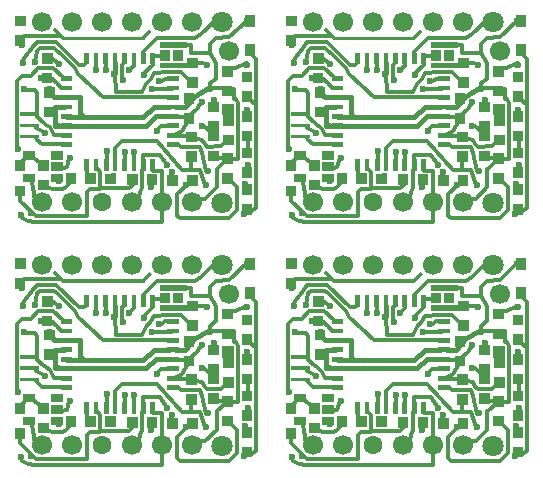
<source format=gbr>
%FSLAX32Y32*%
%MOMM*%
%LNKUPFERSEITE1*%
G71*
G01*
%ADD10C, 0.30*%
%ADD11C, 0.40*%
%ADD12C, 0.60*%
%ADD13C, 1.70*%
%ADD14C, 1.60*%
%ADD15C, 1.80*%
%LPD*%
G36*
X8705Y7226D02*
X8805Y7226D01*
X8805Y7186D01*
X8705Y7186D01*
X8705Y7226D01*
G37*
G36*
X8705Y7146D02*
X8805Y7146D01*
X8805Y7106D01*
X8705Y7106D01*
X8705Y7146D01*
G37*
G36*
X8705Y7066D02*
X8805Y7066D01*
X8805Y7026D01*
X8705Y7026D01*
X8705Y7066D01*
G37*
G36*
X8705Y6986D02*
X8805Y6986D01*
X8805Y6946D01*
X8705Y6946D01*
X8705Y6986D01*
G37*
G36*
X8705Y6906D02*
X8805Y6906D01*
X8805Y6866D01*
X8705Y6866D01*
X8705Y6906D01*
G37*
G36*
X8705Y6826D02*
X8805Y6826D01*
X8805Y6786D01*
X8705Y6786D01*
X8705Y6826D01*
G37*
G36*
X8705Y6746D02*
X8805Y6746D01*
X8805Y6706D01*
X8705Y6706D01*
X8705Y6746D01*
G37*
G36*
X8705Y6666D02*
X8805Y6666D01*
X8805Y6626D01*
X8705Y6626D01*
X8705Y6666D01*
G37*
G36*
X9605Y7226D02*
X9705Y7226D01*
X9705Y7186D01*
X9605Y7186D01*
X9605Y7226D01*
G37*
G36*
X9605Y7146D02*
X9705Y7146D01*
X9705Y7106D01*
X9605Y7106D01*
X9605Y7146D01*
G37*
G36*
X9605Y7066D02*
X9705Y7066D01*
X9705Y7026D01*
X9605Y7026D01*
X9605Y7066D01*
G37*
G36*
X9605Y6986D02*
X9705Y6986D01*
X9705Y6946D01*
X9605Y6946D01*
X9605Y6986D01*
G37*
G36*
X9605Y6906D02*
X9705Y6906D01*
X9705Y6866D01*
X9605Y6866D01*
X9605Y6906D01*
G37*
G36*
X9605Y6826D02*
X9705Y6826D01*
X9705Y6786D01*
X9605Y6786D01*
X9605Y6826D01*
G37*
G36*
X9605Y6746D02*
X9705Y6746D01*
X9705Y6706D01*
X9605Y6706D01*
X9605Y6746D01*
G37*
G36*
X9605Y6666D02*
X9705Y6666D01*
X9705Y6626D01*
X9605Y6626D01*
X9605Y6666D01*
G37*
G36*
X8905Y7426D02*
X8945Y7426D01*
X8945Y7326D01*
X8905Y7326D01*
X8905Y7426D01*
G37*
G36*
X8985Y7426D02*
X9025Y7426D01*
X9025Y7326D01*
X8985Y7326D01*
X8985Y7426D01*
G37*
G36*
X9065Y7426D02*
X9105Y7426D01*
X9105Y7326D01*
X9065Y7326D01*
X9065Y7426D01*
G37*
G36*
X9145Y7426D02*
X9185Y7426D01*
X9185Y7326D01*
X9145Y7326D01*
X9145Y7426D01*
G37*
G36*
X9225Y7426D02*
X9265Y7426D01*
X9265Y7326D01*
X9225Y7326D01*
X9225Y7426D01*
G37*
G36*
X9305Y7426D02*
X9345Y7426D01*
X9345Y7326D01*
X9305Y7326D01*
X9305Y7426D01*
G37*
G36*
X9385Y7426D02*
X9425Y7426D01*
X9425Y7326D01*
X9385Y7326D01*
X9385Y7426D01*
G37*
G36*
X9465Y7426D02*
X9505Y7426D01*
X9505Y7326D01*
X9465Y7326D01*
X9465Y7426D01*
G37*
G36*
X8905Y6526D02*
X8945Y6526D01*
X8945Y6426D01*
X8905Y6426D01*
X8905Y6526D01*
G37*
G36*
X8985Y6526D02*
X9025Y6526D01*
X9025Y6426D01*
X8985Y6426D01*
X8985Y6526D01*
G37*
G36*
X9075Y6526D02*
X9115Y6526D01*
X9115Y6426D01*
X9075Y6426D01*
X9075Y6526D01*
G37*
G36*
X9145Y6526D02*
X9185Y6526D01*
X9185Y6426D01*
X9145Y6426D01*
X9145Y6526D01*
G37*
G36*
X9225Y6526D02*
X9265Y6526D01*
X9265Y6426D01*
X9225Y6426D01*
X9225Y6526D01*
G37*
G36*
X9305Y6526D02*
X9345Y6526D01*
X9345Y6426D01*
X9305Y6426D01*
X9305Y6526D01*
G37*
G36*
X9385Y6526D02*
X9425Y6526D01*
X9425Y6426D01*
X9385Y6426D01*
X9385Y6526D01*
G37*
G36*
X9465Y6526D02*
X9505Y6526D01*
X9505Y6426D01*
X9465Y6426D01*
X9465Y6526D01*
G37*
G54D10*
X9406Y6500D02*
X9406Y6563D01*
X9549Y6563D01*
X9604Y6476D01*
G54D11*
X8771Y7047D02*
X8866Y7047D01*
X8866Y6881D01*
X8763Y6881D01*
G54D11*
X8731Y6968D02*
X8660Y6968D01*
X8660Y6809D01*
X8874Y6809D01*
G54D11*
X8874Y6809D02*
X9430Y6809D01*
X9509Y6888D01*
X9628Y6888D01*
G54D11*
X9620Y6968D02*
X9509Y6968D01*
X9493Y6968D01*
X9406Y6881D01*
X8842Y6881D01*
G54D11*
X9684Y6968D02*
X9755Y6968D01*
X9842Y7063D01*
X9954Y7127D01*
G54D10*
X9684Y6881D02*
X9787Y6881D01*
X9862Y6948D01*
X9906Y7016D01*
G36*
X9837Y7081D02*
X9837Y6991D01*
X9747Y6991D01*
X9747Y7081D01*
X9837Y7081D01*
G37*
G36*
X9836Y6914D02*
X9836Y6824D01*
X9746Y6824D01*
X9746Y6914D01*
X9836Y6914D01*
G37*
G36*
X8653Y7136D02*
X8653Y7046D01*
X8563Y7046D01*
X8563Y7136D01*
X8653Y7136D01*
G37*
G36*
X8652Y6969D02*
X8652Y6879D01*
X8562Y6879D01*
X8562Y6969D01*
X8652Y6969D01*
G37*
G54D10*
X8406Y7111D02*
X8485Y7111D01*
X8509Y7087D01*
X8509Y6881D01*
X8553Y6841D01*
X8583Y6817D01*
X8611Y6797D01*
X8622Y6777D01*
X8652Y6730D01*
X8739Y6730D01*
G54D11*
X8723Y7047D02*
X8652Y7047D01*
X8628Y7071D01*
X9160Y7246D02*
G54D12*
D03*
G54D11*
X9168Y7341D02*
X9168Y7254D01*
X9819Y6158D02*
G54D13*
D03*
X9565Y6158D02*
G54D13*
D03*
X9311Y6158D02*
G54D13*
D03*
X9057Y6158D02*
G54D14*
D03*
X8803Y6158D02*
G54D13*
D03*
X8549Y6158D02*
G54D13*
D03*
X9604Y6476D02*
G54D12*
D03*
G54D10*
X9398Y6436D02*
X9398Y6325D01*
X9392Y6283D01*
X9378Y6242D01*
X9366Y6206D01*
G54D10*
X9485Y6428D02*
X9565Y6428D01*
X9565Y6238D01*
X9247Y6587D02*
G54D12*
D03*
G54D10*
X9247Y6587D02*
X9247Y6500D01*
X9327Y6587D02*
G54D12*
D03*
G54D10*
X9327Y6587D02*
X9327Y6515D01*
X9001Y7277D02*
G54D12*
D03*
X9088Y7277D02*
G54D12*
D03*
G54D10*
X9001Y7277D02*
X9001Y7349D01*
G54D10*
X9088Y7277D02*
X9088Y7357D01*
G54D10*
X9930Y6309D02*
X9882Y6436D01*
X9731Y6436D01*
X9517Y6674D01*
X8684Y6809D02*
G54D12*
D03*
G36*
X9869Y7383D02*
X9869Y7293D01*
X9779Y7293D01*
X9779Y7383D01*
X9869Y7383D01*
G37*
G36*
X9868Y7216D02*
X9868Y7126D01*
X9778Y7126D01*
X9778Y7216D01*
X9868Y7216D01*
G37*
G54D10*
X9168Y7254D02*
X9170Y7095D01*
X9251Y7095D01*
X9398Y7095D01*
X9424Y7158D01*
X9468Y7206D01*
X9497Y7254D01*
X9549Y7254D01*
X9565Y7262D01*
X9723Y7262D01*
X9803Y7182D01*
G54D10*
X9795Y7341D02*
X9914Y7341D01*
X9946Y7325D01*
X9819Y7682D02*
G54D13*
D03*
X9565Y7682D02*
G54D13*
D03*
X9311Y7682D02*
G54D13*
D03*
X9057Y7682D02*
G54D13*
D03*
X8803Y7682D02*
G54D13*
D03*
X8549Y7682D02*
G54D13*
D03*
G36*
X8387Y6331D02*
X8387Y6401D01*
X8487Y6401D01*
X8487Y6331D01*
X8387Y6331D01*
G37*
G36*
X8387Y6521D02*
X8387Y6591D01*
X8487Y6591D01*
X8487Y6521D01*
X8387Y6521D01*
G37*
G36*
X8625Y6331D02*
X8625Y6401D01*
X8725Y6401D01*
X8725Y6331D01*
X8625Y6331D01*
G37*
G36*
X8625Y6521D02*
X8625Y6591D01*
X8725Y6591D01*
X8725Y6521D01*
X8625Y6521D01*
G37*
G36*
X8625Y6426D02*
X8625Y6496D01*
X8725Y6496D01*
X8725Y6426D01*
X8625Y6426D01*
G37*
G54D10*
X8461Y6325D02*
X8473Y6285D01*
X8485Y6166D01*
X8787Y6531D02*
G54D12*
D03*
X8882Y6888D02*
G54D12*
D03*
X10073Y6150D02*
G54D15*
D03*
X8612Y7119D02*
G54D12*
D03*
G36*
X8637Y7422D02*
X8637Y7332D01*
X8547Y7332D01*
X8547Y7422D01*
X8637Y7422D01*
G37*
G36*
X8636Y7255D02*
X8636Y7165D01*
X8546Y7165D01*
X8546Y7255D01*
X8636Y7255D01*
G37*
X8692Y7333D02*
G54D12*
D03*
X8541Y7214D02*
G54D12*
D03*
G54D10*
X8604Y7396D02*
X8692Y7333D01*
G54D10*
X8604Y7214D02*
X8620Y7214D01*
X8672Y7170D01*
X8707Y7127D01*
G54D10*
X8390Y7365D02*
X8406Y7389D01*
X8465Y7464D01*
X8501Y7516D01*
X8668Y7516D01*
X8858Y7325D01*
X8906Y7325D01*
X8922Y7341D01*
G54D10*
X9787Y6849D02*
X9731Y6762D01*
X9660Y6722D01*
X9477Y7119D02*
G54D12*
D03*
G54D10*
X9065Y7047D02*
X9628Y7047D01*
X10073Y7682D02*
G54D15*
D03*
G54D10*
X9406Y7404D02*
X9406Y7428D01*
X9525Y7547D01*
X9842Y7547D01*
X9894Y7583D01*
X10009Y7698D01*
G54D10*
X9477Y7119D02*
X9545Y7119D01*
X9644Y7119D01*
G54D10*
X9565Y6095D02*
X9565Y5992D01*
X8485Y5992D01*
X8426Y6000D01*
X8382Y6023D01*
X10128Y7436D02*
G54D13*
D03*
X8692Y6341D02*
G54D12*
D03*
X8485Y7349D02*
G54D12*
D03*
G54D10*
X9065Y7047D02*
X8854Y7246D01*
X8826Y7293D01*
X8707Y7412D01*
X8676Y7444D01*
X8652Y7468D01*
X8533Y7468D01*
X8509Y7444D01*
X8485Y7349D01*
G36*
X10170Y6899D02*
X10170Y6809D01*
X10080Y6809D01*
X10080Y6899D01*
X10170Y6899D01*
G37*
G36*
X10169Y6732D02*
X10169Y6642D01*
X10079Y6642D01*
X10079Y6732D01*
X10169Y6732D01*
G37*
G36*
X10162Y6573D02*
X10162Y6483D01*
X10072Y6483D01*
X10072Y6573D01*
X10162Y6573D01*
G37*
G36*
X10161Y6406D02*
X10161Y6316D01*
X10071Y6316D01*
X10071Y6406D01*
X10161Y6406D01*
G37*
G54D10*
X10200Y6523D02*
X10136Y6523D01*
G36*
X10070Y6994D02*
X10170Y6994D01*
X10170Y6894D01*
X10070Y6894D01*
X10070Y6994D01*
G37*
G54D10*
X10120Y6936D02*
X10120Y6888D01*
X10120Y6865D01*
G36*
X9173Y6313D02*
X9084Y6312D01*
X9083Y6402D01*
X9173Y6403D01*
X9173Y6313D01*
G37*
G36*
X9006Y6314D02*
X8916Y6314D01*
X8916Y6404D01*
X9006Y6404D01*
X9006Y6314D01*
G37*
G36*
X9523Y6305D02*
X9433Y6305D01*
X9433Y6395D01*
X9523Y6395D01*
X9523Y6305D01*
G37*
G36*
X9356Y6306D02*
X9266Y6306D01*
X9266Y6396D01*
X9356Y6396D01*
X9356Y6306D01*
G37*
G54D10*
X8922Y6444D02*
X8938Y6373D01*
G54D10*
X9009Y6452D02*
X9041Y6416D01*
X9041Y6277D01*
X9287Y6277D01*
X9327Y6317D01*
G54D10*
X9517Y6674D02*
X9223Y6674D01*
X9168Y6619D01*
X9168Y6484D01*
G36*
X9769Y6500D02*
X9768Y6590D01*
X9858Y6590D01*
X9859Y6500D01*
X9769Y6500D01*
G37*
G36*
X9770Y6667D02*
X9770Y6757D01*
X9860Y6757D01*
X9860Y6667D01*
X9770Y6667D01*
G37*
G36*
X9864Y6297D02*
X9774Y6297D01*
X9774Y6387D01*
X9864Y6387D01*
X9864Y6297D01*
G37*
G36*
X9697Y6298D02*
X9607Y6298D01*
X9607Y6388D01*
X9697Y6388D01*
X9697Y6298D01*
G37*
X9652Y6412D02*
G54D12*
D03*
X9096Y6595D02*
G54D12*
D03*
G54D10*
X9096Y6595D02*
X9096Y6500D01*
G36*
X10070Y7056D02*
X10070Y7146D01*
X10160Y7146D01*
X10160Y7056D01*
X10070Y7056D01*
G37*
G36*
X10071Y7223D02*
X10071Y7313D01*
X10161Y7313D01*
X10161Y7223D01*
X10071Y7223D01*
G37*
X9898Y7008D02*
G54D12*
D03*
G54D10*
X9970Y7127D02*
X9970Y7166D01*
X10017Y7206D01*
X10017Y7341D01*
X9144Y6349D02*
G54D12*
D03*
X9469Y6285D02*
G54D12*
D03*
X9763Y6309D02*
G54D12*
D03*
G54D10*
X9763Y6301D02*
X9692Y6230D01*
X9692Y6047D01*
X9716Y6023D01*
X10128Y6023D01*
X10200Y6095D01*
X10200Y6285D01*
X10144Y6341D01*
G36*
X9544Y7449D02*
X9634Y7449D01*
X9634Y7359D01*
X9544Y7359D01*
X9544Y7449D01*
G37*
G36*
X9655Y7449D02*
X9745Y7449D01*
X9745Y7359D01*
X9655Y7359D01*
X9655Y7449D01*
G37*
G36*
X9543Y7342D02*
X9793Y7342D01*
X9793Y7292D01*
X9543Y7292D01*
X9543Y7342D01*
G37*
G36*
X9545Y7517D02*
X9775Y7517D01*
X9775Y7467D01*
X9545Y7467D01*
X9545Y7517D01*
G37*
G54D10*
X9485Y7396D02*
X9565Y7396D01*
G54D10*
X9747Y7492D02*
X9811Y7488D01*
X9811Y7420D01*
X9970Y7420D01*
X10017Y7341D01*
X9700Y7404D02*
G54D12*
D03*
X9541Y7182D02*
G54D12*
D03*
G54D10*
X9541Y7182D02*
X9565Y7182D01*
X9588Y7206D01*
X9636Y7206D01*
G54D10*
X9676Y6650D02*
X9700Y6650D01*
X9723Y6627D01*
X9882Y6627D01*
X9906Y6575D01*
X9938Y6420D01*
X8390Y7341D02*
G54D12*
D03*
X8398Y7119D02*
G54D12*
D03*
X8342Y6611D02*
G54D12*
D03*
X8366Y6055D02*
G54D12*
D03*
X9946Y7325D02*
G54D12*
D03*
X9970Y7119D02*
G54D12*
D03*
X9954Y6428D02*
G54D12*
D03*
X9938Y6309D02*
G54D12*
D03*
G54D10*
X9811Y6539D02*
X9811Y6436D01*
G54D10*
X9676Y6722D02*
X9819Y6722D01*
G36*
X10043Y6764D02*
X10043Y6674D01*
X9953Y6674D01*
X9953Y6764D01*
X10043Y6764D01*
G37*
G36*
X10042Y6597D02*
X10042Y6507D01*
X9952Y6507D01*
X9952Y6597D01*
X10042Y6597D01*
G37*
G54D10*
X9803Y6714D02*
X9902Y6690D01*
X9923Y6652D01*
X9945Y6631D01*
X10059Y6634D01*
X10128Y6706D01*
G36*
X8525Y6920D02*
X8525Y6890D01*
X8365Y6890D01*
X8365Y6920D01*
X8525Y6920D01*
G37*
G36*
X8525Y6825D02*
X8525Y6795D01*
X8365Y6795D01*
X8365Y6825D01*
X8525Y6825D01*
G37*
G36*
X8525Y6730D02*
X8525Y6700D01*
X8365Y6700D01*
X8365Y6730D01*
X8525Y6730D01*
G37*
G54D10*
X8493Y6706D02*
X8509Y6690D01*
X8549Y6650D01*
X8731Y6650D01*
X8572Y6746D02*
G54D12*
D03*
G54D10*
X8493Y6801D02*
X8493Y6785D01*
X8565Y6754D01*
G36*
X8408Y7738D02*
X8408Y7648D01*
X8318Y7648D01*
X8318Y7738D01*
X8408Y7738D01*
G37*
G36*
X8407Y7572D02*
X8407Y7482D01*
X8317Y7482D01*
X8317Y7572D01*
X8407Y7572D01*
G37*
G36*
X8316Y6211D02*
X8316Y6301D01*
X8406Y6301D01*
X8406Y6211D01*
X8316Y6211D01*
G37*
G36*
X8317Y6426D02*
X8317Y6516D01*
X8407Y6516D01*
X8407Y6426D01*
X8317Y6426D01*
G37*
G54D10*
X8779Y6531D02*
X8755Y6460D01*
X8707Y6444D01*
X8692Y6555D02*
G54D12*
D03*
G36*
X8606Y6516D02*
X8606Y6426D01*
X8516Y6426D01*
X8516Y6516D01*
X8606Y6516D01*
G37*
G36*
X8605Y6349D02*
X8605Y6259D01*
X8515Y6259D01*
X8515Y6349D01*
X8605Y6349D01*
G37*
G54D10*
X8453Y6555D02*
X8557Y6476D01*
X8366Y7698D02*
G54D12*
D03*
X8374Y7492D02*
G54D12*
D03*
G36*
X9005Y6313D02*
X8915Y6313D01*
X8915Y6403D01*
X9005Y6403D01*
X9005Y6313D01*
G37*
G36*
X8838Y6314D02*
X8748Y6314D01*
X8748Y6404D01*
X8838Y6404D01*
X8838Y6314D01*
G37*
G54D10*
X8580Y6309D02*
X8596Y6289D01*
X8628Y6269D01*
X8723Y6269D01*
X8747Y6285D01*
X8811Y6357D01*
G54D10*
X9041Y6269D02*
X8954Y6269D01*
X8930Y6246D01*
X8930Y6039D01*
X8493Y6039D01*
X8358Y6174D01*
X8358Y6246D01*
G54D10*
X8358Y6484D02*
X8414Y6539D01*
X8453Y6071D02*
G54D12*
D03*
G54D10*
X9970Y7124D02*
X10172Y7122D01*
X10176Y7033D01*
X10192Y7030D01*
X10208Y6996D01*
X10208Y6523D01*
G54D10*
X9866Y6190D02*
X9930Y6190D01*
X10025Y6285D01*
X10025Y6444D01*
X10033Y6444D01*
X10096Y6508D01*
G36*
X10329Y6621D02*
X10329Y6531D01*
X10239Y6531D01*
X10239Y6621D01*
X10329Y6621D01*
G37*
G36*
X10328Y6454D02*
X10328Y6364D01*
X10238Y6364D01*
X10238Y6454D01*
X10328Y6454D01*
G37*
G36*
X10329Y6931D02*
X10329Y6841D01*
X10239Y6841D01*
X10239Y6931D01*
X10329Y6931D01*
G37*
G36*
X10328Y6764D02*
X10328Y6674D01*
X10238Y6674D01*
X10238Y6764D01*
X10328Y6764D01*
G37*
G36*
X10329Y7264D02*
X10329Y7174D01*
X10239Y7174D01*
X10239Y7264D01*
X10329Y7264D01*
G37*
G36*
X10328Y7097D02*
X10328Y7007D01*
X10238Y7007D01*
X10238Y7097D01*
X10328Y7097D01*
G37*
G36*
X10329Y6311D02*
X10329Y6221D01*
X10239Y6221D01*
X10239Y6311D01*
X10329Y6311D01*
G37*
G36*
X10328Y6144D02*
X10328Y6054D01*
X10238Y6054D01*
X10238Y6144D01*
X10328Y6144D01*
G37*
X10295Y6476D02*
G54D12*
D03*
X10287Y6944D02*
G54D12*
D03*
G54D10*
X10295Y6571D02*
X10295Y6722D01*
X10295Y6738D02*
G54D12*
D03*
X10287Y7214D02*
G54D12*
D03*
G54D10*
X10287Y7047D02*
X10358Y6980D01*
X10358Y6111D01*
X10311Y6079D01*
X10263Y6317D02*
G54D12*
D03*
X10255Y6063D02*
G54D12*
D03*
G36*
X10043Y7010D02*
X10043Y6920D01*
X9953Y6920D01*
X9953Y7010D01*
X10043Y7010D01*
G37*
G36*
X10042Y6843D02*
X10042Y6753D01*
X9952Y6753D01*
X9952Y6843D01*
X10042Y6843D01*
G37*
G54D10*
X10009Y6531D02*
X10081Y6531D01*
X10096Y6515D01*
X10001Y7023D02*
G54D12*
D03*
X9898Y6809D02*
G54D12*
D03*
X9525Y6762D02*
G54D12*
D03*
G54D10*
X9525Y6762D02*
X9525Y6769D01*
X9557Y6801D01*
X9636Y6801D01*
G54D10*
X9898Y6809D02*
X9922Y6809D01*
X9977Y6754D01*
G54D10*
X10128Y7293D02*
X10184Y7293D01*
X10287Y7341D01*
X10287Y7325D02*
G54D12*
D03*
G36*
X10353Y7747D02*
X10353Y7642D01*
X10263Y7642D01*
X10263Y7747D01*
X10353Y7747D01*
G37*
G36*
X10353Y7500D02*
X10353Y7395D01*
X10263Y7395D01*
X10263Y7500D01*
X10353Y7500D01*
G37*
G54D10*
X10358Y6976D02*
X10358Y7373D01*
X10295Y7436D01*
G54D10*
X9970Y7420D02*
X9970Y7500D01*
X10017Y7547D01*
X10128Y7555D01*
X10279Y7698D01*
X10279Y7690D02*
G54D12*
D03*
G54D10*
X8723Y7206D02*
X8723Y7222D01*
X8644Y7293D01*
X8517Y7293D01*
X8453Y7230D01*
X8382Y7230D01*
X8334Y7182D01*
X8334Y6619D01*
X8342Y6611D01*
X9231Y7198D02*
G54D12*
D03*
X9287Y7277D02*
G54D12*
D03*
G54D10*
X9223Y7222D02*
X9223Y7325D01*
X9239Y7341D01*
G54D10*
X9327Y7349D02*
X9327Y7317D01*
X9287Y7277D01*
G36*
X8715Y7562D02*
X9415Y7562D01*
X9415Y7532D01*
X8715Y7532D01*
X8715Y7562D01*
G37*
G36*
X8660Y7640D02*
X8744Y7555D01*
X8723Y7534D01*
X8638Y7619D01*
X8660Y7640D01*
G37*
G36*
X9475Y7603D02*
X9405Y7533D01*
X9383Y7554D01*
X9454Y7625D01*
X9475Y7603D01*
G37*
G54D10*
X8398Y7563D02*
X8692Y7563D01*
X9414Y7238D02*
G54D12*
D03*
G54D10*
X9485Y7341D02*
X9485Y7325D01*
X9414Y7254D01*
G36*
X10999Y7226D02*
X11099Y7226D01*
X11099Y7186D01*
X10999Y7186D01*
X10999Y7226D01*
G37*
G36*
X10999Y7146D02*
X11099Y7146D01*
X11099Y7106D01*
X10999Y7106D01*
X10999Y7146D01*
G37*
G36*
X10999Y7066D02*
X11099Y7066D01*
X11099Y7026D01*
X10999Y7026D01*
X10999Y7066D01*
G37*
G36*
X10999Y6986D02*
X11099Y6986D01*
X11099Y6946D01*
X10999Y6946D01*
X10999Y6986D01*
G37*
G36*
X10999Y6906D02*
X11099Y6906D01*
X11099Y6866D01*
X10999Y6866D01*
X10999Y6906D01*
G37*
G36*
X10999Y6826D02*
X11099Y6826D01*
X11099Y6786D01*
X10999Y6786D01*
X10999Y6826D01*
G37*
G36*
X10999Y6746D02*
X11099Y6746D01*
X11099Y6706D01*
X10999Y6706D01*
X10999Y6746D01*
G37*
G36*
X10999Y6666D02*
X11099Y6666D01*
X11099Y6626D01*
X10999Y6626D01*
X10999Y6666D01*
G37*
G36*
X11899Y7226D02*
X11999Y7226D01*
X11999Y7186D01*
X11899Y7186D01*
X11899Y7226D01*
G37*
G36*
X11899Y7146D02*
X11999Y7146D01*
X11999Y7106D01*
X11899Y7106D01*
X11899Y7146D01*
G37*
G36*
X11899Y7066D02*
X11999Y7066D01*
X11999Y7026D01*
X11899Y7026D01*
X11899Y7066D01*
G37*
G36*
X11899Y6986D02*
X11999Y6986D01*
X11999Y6946D01*
X11899Y6946D01*
X11899Y6986D01*
G37*
G36*
X11899Y6906D02*
X11999Y6906D01*
X11999Y6866D01*
X11899Y6866D01*
X11899Y6906D01*
G37*
G36*
X11899Y6826D02*
X11999Y6826D01*
X11999Y6786D01*
X11899Y6786D01*
X11899Y6826D01*
G37*
G36*
X11899Y6746D02*
X11999Y6746D01*
X11999Y6706D01*
X11899Y6706D01*
X11899Y6746D01*
G37*
G36*
X11899Y6666D02*
X11999Y6666D01*
X11999Y6626D01*
X11899Y6626D01*
X11899Y6666D01*
G37*
G36*
X11199Y7426D02*
X11239Y7426D01*
X11239Y7326D01*
X11199Y7326D01*
X11199Y7426D01*
G37*
G36*
X11279Y7426D02*
X11319Y7426D01*
X11319Y7326D01*
X11279Y7326D01*
X11279Y7426D01*
G37*
G36*
X11359Y7426D02*
X11399Y7426D01*
X11399Y7326D01*
X11359Y7326D01*
X11359Y7426D01*
G37*
G36*
X11439Y7426D02*
X11479Y7426D01*
X11479Y7326D01*
X11439Y7326D01*
X11439Y7426D01*
G37*
G36*
X11519Y7426D02*
X11559Y7426D01*
X11559Y7326D01*
X11519Y7326D01*
X11519Y7426D01*
G37*
G36*
X11599Y7426D02*
X11639Y7426D01*
X11639Y7326D01*
X11599Y7326D01*
X11599Y7426D01*
G37*
G36*
X11679Y7426D02*
X11719Y7426D01*
X11719Y7326D01*
X11679Y7326D01*
X11679Y7426D01*
G37*
G36*
X11759Y7426D02*
X11799Y7426D01*
X11799Y7326D01*
X11759Y7326D01*
X11759Y7426D01*
G37*
G36*
X11199Y6526D02*
X11239Y6526D01*
X11239Y6426D01*
X11199Y6426D01*
X11199Y6526D01*
G37*
G36*
X11279Y6526D02*
X11319Y6526D01*
X11319Y6426D01*
X11279Y6426D01*
X11279Y6526D01*
G37*
G36*
X11369Y6526D02*
X11409Y6526D01*
X11409Y6426D01*
X11369Y6426D01*
X11369Y6526D01*
G37*
G36*
X11439Y6526D02*
X11479Y6526D01*
X11479Y6426D01*
X11439Y6426D01*
X11439Y6526D01*
G37*
G36*
X11519Y6526D02*
X11559Y6526D01*
X11559Y6426D01*
X11519Y6426D01*
X11519Y6526D01*
G37*
G36*
X11599Y6526D02*
X11639Y6526D01*
X11639Y6426D01*
X11599Y6426D01*
X11599Y6526D01*
G37*
G36*
X11679Y6526D02*
X11719Y6526D01*
X11719Y6426D01*
X11679Y6426D01*
X11679Y6526D01*
G37*
G36*
X11759Y6526D02*
X11799Y6526D01*
X11799Y6426D01*
X11759Y6426D01*
X11759Y6526D01*
G37*
G54D10*
X11700Y6500D02*
X11700Y6563D01*
X11843Y6563D01*
X11898Y6476D01*
G54D11*
X11065Y7047D02*
X11160Y7047D01*
X11160Y6881D01*
X11057Y6881D01*
G54D11*
X11025Y6968D02*
X10954Y6968D01*
X10954Y6809D01*
X11168Y6809D01*
G54D11*
X11168Y6809D02*
X11724Y6809D01*
X11803Y6888D01*
X11922Y6888D01*
G54D11*
X11914Y6968D02*
X11803Y6968D01*
X11787Y6968D01*
X11700Y6881D01*
X11136Y6881D01*
G54D11*
X11978Y6968D02*
X12049Y6968D01*
X12136Y7063D01*
X12248Y7127D01*
G54D10*
X11978Y6881D02*
X12081Y6881D01*
X12156Y6948D01*
X12200Y7016D01*
G36*
X12131Y7081D02*
X12131Y6991D01*
X12041Y6991D01*
X12041Y7081D01*
X12131Y7081D01*
G37*
G36*
X12130Y6914D02*
X12130Y6824D01*
X12040Y6824D01*
X12040Y6914D01*
X12130Y6914D01*
G37*
G36*
X10947Y7136D02*
X10947Y7046D01*
X10857Y7046D01*
X10857Y7136D01*
X10947Y7136D01*
G37*
G36*
X10946Y6969D02*
X10946Y6879D01*
X10856Y6879D01*
X10856Y6969D01*
X10946Y6969D01*
G37*
G54D10*
X10700Y7111D02*
X10779Y7111D01*
X10803Y7087D01*
X10803Y6881D01*
X10847Y6841D01*
X10877Y6817D01*
X10905Y6797D01*
X10916Y6777D01*
X10946Y6730D01*
X11033Y6730D01*
G54D11*
X11017Y7047D02*
X10946Y7047D01*
X10922Y7071D01*
X11454Y7246D02*
G54D12*
D03*
G54D11*
X11462Y7341D02*
X11462Y7254D01*
X12113Y6158D02*
G54D13*
D03*
X11859Y6158D02*
G54D13*
D03*
X11605Y6158D02*
G54D13*
D03*
X11351Y6158D02*
G54D14*
D03*
X11097Y6158D02*
G54D13*
D03*
X10843Y6158D02*
G54D13*
D03*
X11898Y6476D02*
G54D12*
D03*
G54D10*
X11692Y6436D02*
X11692Y6325D01*
X11686Y6283D01*
X11672Y6242D01*
X11660Y6206D01*
G54D10*
X11779Y6428D02*
X11859Y6428D01*
X11859Y6238D01*
X11541Y6587D02*
G54D12*
D03*
G54D10*
X11541Y6587D02*
X11541Y6500D01*
X11620Y6587D02*
G54D12*
D03*
G54D10*
X11620Y6587D02*
X11620Y6515D01*
X11295Y7277D02*
G54D12*
D03*
X11382Y7277D02*
G54D12*
D03*
G54D10*
X11295Y7277D02*
X11295Y7349D01*
G54D10*
X11382Y7277D02*
X11382Y7357D01*
G54D10*
X12224Y6309D02*
X12176Y6436D01*
X12025Y6436D01*
X11811Y6674D01*
X10978Y6809D02*
G54D12*
D03*
G36*
X12162Y7383D02*
X12162Y7293D01*
X12072Y7293D01*
X12072Y7383D01*
X12162Y7383D01*
G37*
G36*
X12162Y7216D02*
X12162Y7126D01*
X12072Y7126D01*
X12072Y7216D01*
X12162Y7216D01*
G37*
G54D10*
X11462Y7254D02*
X11464Y7095D01*
X11545Y7095D01*
X11692Y7095D01*
X11718Y7158D01*
X11762Y7206D01*
X11791Y7254D01*
X11843Y7254D01*
X11859Y7262D01*
X12017Y7262D01*
X12097Y7182D01*
G54D10*
X12089Y7341D02*
X12208Y7341D01*
X12240Y7325D01*
X12113Y7682D02*
G54D13*
D03*
X11859Y7682D02*
G54D13*
D03*
X11605Y7682D02*
G54D13*
D03*
X11351Y7682D02*
G54D13*
D03*
X11097Y7682D02*
G54D13*
D03*
X10843Y7682D02*
G54D13*
D03*
G36*
X10681Y6331D02*
X10681Y6401D01*
X10781Y6401D01*
X10781Y6331D01*
X10681Y6331D01*
G37*
G36*
X10681Y6521D02*
X10681Y6591D01*
X10781Y6591D01*
X10781Y6521D01*
X10681Y6521D01*
G37*
G36*
X10919Y6331D02*
X10919Y6401D01*
X11019Y6401D01*
X11019Y6331D01*
X10919Y6331D01*
G37*
G36*
X10919Y6521D02*
X10919Y6591D01*
X11019Y6591D01*
X11019Y6521D01*
X10919Y6521D01*
G37*
G36*
X10919Y6426D02*
X10919Y6496D01*
X11019Y6496D01*
X11019Y6426D01*
X10919Y6426D01*
G37*
G54D10*
X10755Y6325D02*
X10767Y6285D01*
X10779Y6166D01*
X11081Y6531D02*
G54D12*
D03*
X11176Y6888D02*
G54D12*
D03*
X12367Y6150D02*
G54D15*
D03*
X10906Y7119D02*
G54D12*
D03*
G36*
X10931Y7422D02*
X10931Y7332D01*
X10841Y7332D01*
X10841Y7422D01*
X10931Y7422D01*
G37*
G36*
X10930Y7255D02*
X10930Y7165D01*
X10840Y7165D01*
X10840Y7255D01*
X10930Y7255D01*
G37*
X10986Y7333D02*
G54D12*
D03*
X10835Y7214D02*
G54D12*
D03*
G54D10*
X10898Y7396D02*
X10986Y7333D01*
G54D10*
X10898Y7214D02*
X10914Y7214D01*
X10966Y7170D01*
X11001Y7127D01*
G54D10*
X10684Y7365D02*
X10700Y7389D01*
X10759Y7464D01*
X10795Y7516D01*
X10962Y7516D01*
X11152Y7325D01*
X11200Y7325D01*
X11216Y7341D01*
G54D10*
X12081Y6849D02*
X12025Y6762D01*
X11954Y6722D01*
X11771Y7119D02*
G54D12*
D03*
G54D10*
X11359Y7047D02*
X11922Y7047D01*
X12367Y7682D02*
G54D15*
D03*
G54D10*
X11700Y7404D02*
X11700Y7428D01*
X11819Y7547D01*
X12136Y7547D01*
X12188Y7583D01*
X12303Y7698D01*
G54D10*
X11771Y7119D02*
X11839Y7119D01*
X11938Y7119D01*
G54D10*
X11859Y6095D02*
X11859Y5992D01*
X10779Y5992D01*
X10720Y6000D01*
X10676Y6023D01*
X12422Y7436D02*
G54D13*
D03*
X10986Y6341D02*
G54D12*
D03*
X10779Y7349D02*
G54D12*
D03*
G54D10*
X11359Y7047D02*
X11148Y7246D01*
X11120Y7293D01*
X11001Y7412D01*
X10970Y7444D01*
X10946Y7468D01*
X10827Y7468D01*
X10803Y7444D01*
X10779Y7349D01*
G36*
X12464Y6899D02*
X12464Y6809D01*
X12374Y6809D01*
X12374Y6899D01*
X12464Y6899D01*
G37*
G36*
X12463Y6732D02*
X12463Y6642D01*
X12373Y6642D01*
X12373Y6732D01*
X12463Y6732D01*
G37*
G36*
X12456Y6573D02*
X12456Y6483D01*
X12366Y6483D01*
X12366Y6573D01*
X12456Y6573D01*
G37*
G36*
X12455Y6406D02*
X12455Y6316D01*
X12365Y6316D01*
X12365Y6406D01*
X12455Y6406D01*
G37*
G54D10*
X12494Y6523D02*
X12430Y6523D01*
G36*
X12364Y6994D02*
X12464Y6994D01*
X12464Y6894D01*
X12364Y6894D01*
X12364Y6994D01*
G37*
G54D10*
X12414Y6936D02*
X12414Y6888D01*
X12414Y6865D01*
G36*
X11467Y6313D02*
X11377Y6312D01*
X11377Y6402D01*
X11467Y6403D01*
X11467Y6313D01*
G37*
G36*
X11300Y6314D02*
X11210Y6314D01*
X11210Y6404D01*
X11300Y6404D01*
X11300Y6314D01*
G37*
G36*
X11817Y6305D02*
X11727Y6305D01*
X11727Y6395D01*
X11817Y6395D01*
X11817Y6305D01*
G37*
G36*
X11650Y6306D02*
X11560Y6306D01*
X11560Y6396D01*
X11650Y6396D01*
X11650Y6306D01*
G37*
G54D10*
X11216Y6444D02*
X11232Y6373D01*
G54D10*
X11303Y6452D02*
X11335Y6416D01*
X11335Y6277D01*
X11581Y6277D01*
X11620Y6317D01*
G54D10*
X11811Y6674D02*
X11517Y6674D01*
X11462Y6619D01*
X11462Y6484D01*
G36*
X12062Y6500D02*
X12062Y6590D01*
X12152Y6590D01*
X12152Y6500D01*
X12062Y6500D01*
G37*
G36*
X12063Y6667D02*
X12063Y6757D01*
X12153Y6757D01*
X12153Y6667D01*
X12063Y6667D01*
G37*
G36*
X12158Y6297D02*
X12068Y6297D01*
X12068Y6387D01*
X12158Y6387D01*
X12158Y6297D01*
G37*
G36*
X11991Y6298D02*
X11901Y6298D01*
X11901Y6388D01*
X11991Y6388D01*
X11991Y6298D01*
G37*
X11946Y6412D02*
G54D12*
D03*
X11390Y6595D02*
G54D12*
D03*
G54D10*
X11390Y6595D02*
X11390Y6500D01*
G36*
X12364Y7056D02*
X12364Y7146D01*
X12454Y7146D01*
X12454Y7056D01*
X12364Y7056D01*
G37*
G36*
X12365Y7223D02*
X12365Y7313D01*
X12455Y7313D01*
X12455Y7223D01*
X12365Y7223D01*
G37*
X12192Y7008D02*
G54D12*
D03*
G54D10*
X12263Y7127D02*
X12263Y7166D01*
X12311Y7206D01*
X12311Y7341D01*
X11438Y6349D02*
G54D12*
D03*
X11763Y6285D02*
G54D12*
D03*
X12057Y6309D02*
G54D12*
D03*
G54D10*
X12057Y6301D02*
X11986Y6230D01*
X11986Y6047D01*
X12009Y6023D01*
X12422Y6023D01*
X12494Y6095D01*
X12494Y6285D01*
X12438Y6341D01*
G36*
X11837Y7449D02*
X11927Y7449D01*
X11927Y7359D01*
X11837Y7359D01*
X11837Y7449D01*
G37*
G36*
X11949Y7449D02*
X12039Y7449D01*
X12039Y7359D01*
X11949Y7359D01*
X11949Y7449D01*
G37*
G36*
X11837Y7342D02*
X12087Y7342D01*
X12087Y7292D01*
X11837Y7292D01*
X11837Y7342D01*
G37*
G36*
X11839Y7517D02*
X12069Y7517D01*
X12069Y7467D01*
X11839Y7467D01*
X11839Y7517D01*
G37*
G54D10*
X11779Y7396D02*
X11859Y7396D01*
G54D10*
X12041Y7492D02*
X12105Y7488D01*
X12105Y7420D01*
X12263Y7420D01*
X12311Y7341D01*
X11994Y7404D02*
G54D12*
D03*
X11835Y7182D02*
G54D12*
D03*
G54D10*
X11835Y7182D02*
X11859Y7182D01*
X11882Y7206D01*
X11930Y7206D01*
G54D10*
X11970Y6650D02*
X11994Y6650D01*
X12017Y6627D01*
X12176Y6627D01*
X12200Y6575D01*
X12232Y6420D01*
X10684Y7341D02*
G54D12*
D03*
X10692Y7119D02*
G54D12*
D03*
X10636Y6611D02*
G54D12*
D03*
X10660Y6055D02*
G54D12*
D03*
X12240Y7325D02*
G54D12*
D03*
X12263Y7119D02*
G54D12*
D03*
X12248Y6428D02*
G54D12*
D03*
X12232Y6309D02*
G54D12*
D03*
G54D10*
X12105Y6539D02*
X12105Y6436D01*
G54D10*
X11970Y6722D02*
X12113Y6722D01*
G36*
X12337Y6764D02*
X12337Y6674D01*
X12247Y6674D01*
X12247Y6764D01*
X12337Y6764D01*
G37*
G36*
X12336Y6597D02*
X12336Y6507D01*
X12246Y6507D01*
X12246Y6597D01*
X12336Y6597D01*
G37*
G54D10*
X12097Y6714D02*
X12196Y6690D01*
X12217Y6652D01*
X12239Y6631D01*
X12353Y6634D01*
X12422Y6706D01*
G36*
X10819Y6920D02*
X10819Y6890D01*
X10659Y6890D01*
X10659Y6920D01*
X10819Y6920D01*
G37*
G36*
X10819Y6825D02*
X10819Y6795D01*
X10659Y6795D01*
X10659Y6825D01*
X10819Y6825D01*
G37*
G36*
X10819Y6730D02*
X10819Y6700D01*
X10659Y6700D01*
X10659Y6730D01*
X10819Y6730D01*
G37*
G54D10*
X10787Y6706D02*
X10803Y6690D01*
X10843Y6650D01*
X11025Y6650D01*
X10866Y6746D02*
G54D12*
D03*
G54D10*
X10787Y6801D02*
X10787Y6785D01*
X10858Y6754D01*
G36*
X10702Y7738D02*
X10702Y7648D01*
X10612Y7648D01*
X10612Y7738D01*
X10702Y7738D01*
G37*
G36*
X10700Y7572D02*
X10700Y7482D01*
X10610Y7482D01*
X10610Y7572D01*
X10700Y7572D01*
G37*
G36*
X10610Y6211D02*
X10610Y6301D01*
X10700Y6301D01*
X10700Y6211D01*
X10610Y6211D01*
G37*
G36*
X10611Y6426D02*
X10611Y6516D01*
X10701Y6516D01*
X10701Y6426D01*
X10611Y6426D01*
G37*
G54D10*
X11073Y6531D02*
X11049Y6460D01*
X11001Y6444D01*
X10986Y6555D02*
G54D12*
D03*
G36*
X10900Y6516D02*
X10900Y6426D01*
X10810Y6426D01*
X10810Y6516D01*
X10900Y6516D01*
G37*
G36*
X10899Y6349D02*
X10899Y6259D01*
X10809Y6259D01*
X10809Y6349D01*
X10899Y6349D01*
G37*
G54D10*
X10747Y6555D02*
X10851Y6476D01*
X10660Y7698D02*
G54D12*
D03*
X10668Y7492D02*
G54D12*
D03*
G36*
X11299Y6313D02*
X11209Y6313D01*
X11209Y6403D01*
X11299Y6403D01*
X11299Y6313D01*
G37*
G36*
X11132Y6314D02*
X11042Y6314D01*
X11042Y6404D01*
X11132Y6404D01*
X11132Y6314D01*
G37*
G54D10*
X10874Y6309D02*
X10890Y6289D01*
X10922Y6269D01*
X11017Y6269D01*
X11041Y6285D01*
X11105Y6357D01*
G54D10*
X11335Y6269D02*
X11247Y6269D01*
X11224Y6246D01*
X11224Y6039D01*
X10787Y6039D01*
X10652Y6174D01*
X10652Y6246D01*
G54D10*
X10652Y6484D02*
X10708Y6539D01*
X10747Y6071D02*
G54D12*
D03*
G54D10*
X12263Y7124D02*
X12466Y7122D01*
X12470Y7033D01*
X12486Y7030D01*
X12502Y6996D01*
X12502Y6523D01*
G54D10*
X12160Y6190D02*
X12224Y6190D01*
X12319Y6285D01*
X12319Y6444D01*
X12327Y6444D01*
X12390Y6508D01*
G36*
X12623Y6621D02*
X12623Y6531D01*
X12533Y6531D01*
X12533Y6621D01*
X12623Y6621D01*
G37*
G36*
X12622Y6454D02*
X12622Y6364D01*
X12532Y6364D01*
X12532Y6454D01*
X12622Y6454D01*
G37*
G36*
X12623Y6931D02*
X12623Y6841D01*
X12533Y6841D01*
X12533Y6931D01*
X12623Y6931D01*
G37*
G36*
X12622Y6764D02*
X12622Y6674D01*
X12532Y6674D01*
X12532Y6764D01*
X12622Y6764D01*
G37*
G36*
X12623Y7264D02*
X12623Y7174D01*
X12533Y7174D01*
X12533Y7264D01*
X12623Y7264D01*
G37*
G36*
X12622Y7097D02*
X12622Y7007D01*
X12532Y7007D01*
X12532Y7097D01*
X12622Y7097D01*
G37*
G36*
X12623Y6311D02*
X12623Y6221D01*
X12533Y6221D01*
X12533Y6311D01*
X12623Y6311D01*
G37*
G36*
X12622Y6144D02*
X12622Y6054D01*
X12532Y6054D01*
X12532Y6144D01*
X12622Y6144D01*
G37*
X12589Y6476D02*
G54D12*
D03*
X12581Y6944D02*
G54D12*
D03*
G54D10*
X12589Y6571D02*
X12589Y6722D01*
X12589Y6738D02*
G54D12*
D03*
X12581Y7214D02*
G54D12*
D03*
G54D10*
X12581Y7047D02*
X12652Y6980D01*
X12652Y6111D01*
X12605Y6079D01*
X12557Y6317D02*
G54D12*
D03*
X12549Y6063D02*
G54D12*
D03*
G36*
X12337Y7010D02*
X12337Y6920D01*
X12247Y6920D01*
X12247Y7010D01*
X12337Y7010D01*
G37*
G36*
X12336Y6843D02*
X12336Y6753D01*
X12246Y6753D01*
X12246Y6843D01*
X12336Y6843D01*
G37*
G54D10*
X12303Y6531D02*
X12375Y6531D01*
X12390Y6515D01*
X12295Y7023D02*
G54D12*
D03*
X12192Y6809D02*
G54D12*
D03*
X11819Y6762D02*
G54D12*
D03*
G54D10*
X11819Y6762D02*
X11819Y6769D01*
X11851Y6801D01*
X11930Y6801D01*
G54D10*
X12192Y6809D02*
X12216Y6809D01*
X12271Y6754D01*
G54D10*
X12422Y7293D02*
X12478Y7293D01*
X12581Y7341D01*
X12581Y7325D02*
G54D12*
D03*
G36*
X12647Y7747D02*
X12647Y7642D01*
X12557Y7642D01*
X12557Y7747D01*
X12647Y7747D01*
G37*
G36*
X12647Y7500D02*
X12647Y7395D01*
X12557Y7395D01*
X12557Y7500D01*
X12647Y7500D01*
G37*
G54D10*
X12652Y6976D02*
X12652Y7373D01*
X12589Y7436D01*
G54D10*
X12263Y7420D02*
X12263Y7500D01*
X12311Y7547D01*
X12422Y7555D01*
X12573Y7698D01*
X12573Y7690D02*
G54D12*
D03*
G54D10*
X11017Y7206D02*
X11017Y7222D01*
X10938Y7293D01*
X10811Y7293D01*
X10747Y7230D01*
X10676Y7230D01*
X10628Y7182D01*
X10628Y6619D01*
X10636Y6611D01*
X11525Y7198D02*
G54D12*
D03*
X11581Y7277D02*
G54D12*
D03*
G54D10*
X11517Y7222D02*
X11517Y7325D01*
X11533Y7341D01*
G54D10*
X11620Y7349D02*
X11620Y7317D01*
X11581Y7277D01*
G36*
X11009Y7562D02*
X11709Y7562D01*
X11709Y7532D01*
X11009Y7532D01*
X11009Y7562D01*
G37*
G36*
X10954Y7640D02*
X11038Y7555D01*
X11017Y7534D01*
X10932Y7619D01*
X10954Y7640D01*
G37*
G36*
X11769Y7603D02*
X11698Y7533D01*
X11677Y7554D01*
X11748Y7625D01*
X11769Y7603D01*
G37*
G54D10*
X10692Y7563D02*
X10986Y7563D01*
X11708Y7238D02*
G54D12*
D03*
G54D10*
X11779Y7341D02*
X11779Y7325D01*
X11708Y7254D01*
G36*
X8705Y5170D02*
X8805Y5170D01*
X8805Y5130D01*
X8705Y5130D01*
X8705Y5170D01*
G37*
G36*
X8705Y5090D02*
X8805Y5090D01*
X8805Y5050D01*
X8705Y5050D01*
X8705Y5090D01*
G37*
G36*
X8705Y5010D02*
X8805Y5010D01*
X8805Y4970D01*
X8705Y4970D01*
X8705Y5010D01*
G37*
G36*
X8705Y4930D02*
X8805Y4930D01*
X8805Y4890D01*
X8705Y4890D01*
X8705Y4930D01*
G37*
G36*
X8705Y4850D02*
X8805Y4850D01*
X8805Y4810D01*
X8705Y4810D01*
X8705Y4850D01*
G37*
G36*
X8705Y4770D02*
X8805Y4770D01*
X8805Y4730D01*
X8705Y4730D01*
X8705Y4770D01*
G37*
G36*
X8705Y4690D02*
X8805Y4690D01*
X8805Y4650D01*
X8705Y4650D01*
X8705Y4690D01*
G37*
G36*
X8705Y4610D02*
X8805Y4610D01*
X8805Y4570D01*
X8705Y4570D01*
X8705Y4610D01*
G37*
G36*
X9605Y5170D02*
X9705Y5170D01*
X9705Y5130D01*
X9605Y5130D01*
X9605Y5170D01*
G37*
G36*
X9605Y5090D02*
X9705Y5090D01*
X9705Y5050D01*
X9605Y5050D01*
X9605Y5090D01*
G37*
G36*
X9605Y5010D02*
X9705Y5010D01*
X9705Y4970D01*
X9605Y4970D01*
X9605Y5010D01*
G37*
G36*
X9605Y4930D02*
X9705Y4930D01*
X9705Y4890D01*
X9605Y4890D01*
X9605Y4930D01*
G37*
G36*
X9605Y4850D02*
X9705Y4850D01*
X9705Y4810D01*
X9605Y4810D01*
X9605Y4850D01*
G37*
G36*
X9605Y4770D02*
X9705Y4770D01*
X9705Y4730D01*
X9605Y4730D01*
X9605Y4770D01*
G37*
G36*
X9605Y4690D02*
X9705Y4690D01*
X9705Y4650D01*
X9605Y4650D01*
X9605Y4690D01*
G37*
G36*
X9605Y4610D02*
X9705Y4610D01*
X9705Y4570D01*
X9605Y4570D01*
X9605Y4610D01*
G37*
G36*
X8905Y5370D02*
X8945Y5370D01*
X8945Y5270D01*
X8905Y5270D01*
X8905Y5370D01*
G37*
G36*
X8985Y5370D02*
X9025Y5370D01*
X9025Y5270D01*
X8985Y5270D01*
X8985Y5370D01*
G37*
G36*
X9065Y5370D02*
X9105Y5370D01*
X9105Y5270D01*
X9065Y5270D01*
X9065Y5370D01*
G37*
G36*
X9145Y5370D02*
X9185Y5370D01*
X9185Y5270D01*
X9145Y5270D01*
X9145Y5370D01*
G37*
G36*
X9225Y5370D02*
X9265Y5370D01*
X9265Y5270D01*
X9225Y5270D01*
X9225Y5370D01*
G37*
G36*
X9305Y5370D02*
X9345Y5370D01*
X9345Y5270D01*
X9305Y5270D01*
X9305Y5370D01*
G37*
G36*
X9385Y5370D02*
X9425Y5370D01*
X9425Y5270D01*
X9385Y5270D01*
X9385Y5370D01*
G37*
G36*
X9465Y5370D02*
X9505Y5370D01*
X9505Y5270D01*
X9465Y5270D01*
X9465Y5370D01*
G37*
G36*
X8905Y4470D02*
X8945Y4470D01*
X8945Y4370D01*
X8905Y4370D01*
X8905Y4470D01*
G37*
G36*
X8985Y4470D02*
X9025Y4470D01*
X9025Y4370D01*
X8985Y4370D01*
X8985Y4470D01*
G37*
G36*
X9075Y4470D02*
X9115Y4470D01*
X9115Y4370D01*
X9075Y4370D01*
X9075Y4470D01*
G37*
G36*
X9145Y4470D02*
X9185Y4470D01*
X9185Y4370D01*
X9145Y4370D01*
X9145Y4470D01*
G37*
G36*
X9225Y4470D02*
X9265Y4470D01*
X9265Y4370D01*
X9225Y4370D01*
X9225Y4470D01*
G37*
G36*
X9305Y4470D02*
X9345Y4470D01*
X9345Y4370D01*
X9305Y4370D01*
X9305Y4470D01*
G37*
G36*
X9385Y4470D02*
X9425Y4470D01*
X9425Y4370D01*
X9385Y4370D01*
X9385Y4470D01*
G37*
G36*
X9465Y4470D02*
X9505Y4470D01*
X9505Y4370D01*
X9465Y4370D01*
X9465Y4470D01*
G37*
G54D10*
X9406Y4444D02*
X9406Y4507D01*
X9549Y4507D01*
X9604Y4420D01*
G54D11*
X8771Y4991D02*
X8866Y4991D01*
X8866Y4825D01*
X8763Y4825D01*
G54D11*
X8731Y4912D02*
X8660Y4912D01*
X8660Y4753D01*
X8874Y4753D01*
G54D11*
X8874Y4753D02*
X9430Y4753D01*
X9509Y4833D01*
X9628Y4833D01*
G54D11*
X9620Y4912D02*
X9509Y4912D01*
X9493Y4912D01*
X9406Y4825D01*
X8842Y4825D01*
G54D11*
X9684Y4912D02*
X9755Y4912D01*
X9842Y5007D01*
X9954Y5071D01*
G54D10*
X9684Y4825D02*
X9787Y4825D01*
X9862Y4892D01*
X9906Y4960D01*
G36*
X9837Y5026D02*
X9837Y4936D01*
X9747Y4936D01*
X9747Y5026D01*
X9837Y5026D01*
G37*
G36*
X9836Y4859D02*
X9836Y4769D01*
X9746Y4769D01*
X9746Y4859D01*
X9836Y4859D01*
G37*
G36*
X8653Y5080D02*
X8653Y4990D01*
X8563Y4990D01*
X8563Y5080D01*
X8653Y5080D01*
G37*
G36*
X8652Y4913D02*
X8652Y4823D01*
X8562Y4823D01*
X8562Y4913D01*
X8652Y4913D01*
G37*
G54D10*
X8406Y5055D02*
X8485Y5055D01*
X8509Y5031D01*
X8509Y4825D01*
X8553Y4785D01*
X8583Y4761D01*
X8611Y4741D01*
X8622Y4722D01*
X8652Y4674D01*
X8739Y4674D01*
G54D11*
X8723Y4991D02*
X8652Y4991D01*
X8628Y5015D01*
X9160Y5190D02*
G54D12*
D03*
G54D11*
X9168Y5285D02*
X9168Y5198D01*
X9819Y4102D02*
G54D13*
D03*
X9565Y4102D02*
G54D13*
D03*
X9311Y4102D02*
G54D13*
D03*
X9057Y4102D02*
G54D14*
D03*
X8803Y4102D02*
G54D13*
D03*
X8549Y4102D02*
G54D13*
D03*
X9604Y4420D02*
G54D12*
D03*
G54D10*
X9398Y4380D02*
X9398Y4269D01*
X9392Y4227D01*
X9378Y4186D01*
X9366Y4150D01*
G54D10*
X9485Y4372D02*
X9565Y4372D01*
X9565Y4182D01*
X9247Y4531D02*
G54D12*
D03*
G54D10*
X9247Y4531D02*
X9247Y4444D01*
X9327Y4531D02*
G54D12*
D03*
G54D10*
X9327Y4531D02*
X9327Y4460D01*
X9001Y5222D02*
G54D12*
D03*
X9088Y5222D02*
G54D12*
D03*
G54D10*
X9001Y5222D02*
X9001Y5293D01*
G54D10*
X9088Y5222D02*
X9088Y5301D01*
G54D10*
X9930Y4253D02*
X9882Y4380D01*
X9731Y4380D01*
X9517Y4618D01*
X8684Y4753D02*
G54D12*
D03*
G36*
X9869Y5327D02*
X9869Y5237D01*
X9779Y5237D01*
X9779Y5327D01*
X9869Y5327D01*
G37*
G36*
X9868Y5160D02*
X9868Y5070D01*
X9778Y5070D01*
X9778Y5160D01*
X9868Y5160D01*
G37*
G54D10*
X9168Y5198D02*
X9170Y5039D01*
X9251Y5039D01*
X9398Y5039D01*
X9424Y5103D01*
X9468Y5150D01*
X9497Y5198D01*
X9549Y5198D01*
X9565Y5206D01*
X9723Y5206D01*
X9803Y5126D01*
G54D10*
X9795Y5285D02*
X9914Y5285D01*
X9946Y5269D01*
X9819Y5626D02*
G54D13*
D03*
X9565Y5626D02*
G54D13*
D03*
X9311Y5626D02*
G54D13*
D03*
X9057Y5626D02*
G54D13*
D03*
X8803Y5626D02*
G54D13*
D03*
X8549Y5626D02*
G54D13*
D03*
G36*
X8387Y4275D02*
X8387Y4345D01*
X8487Y4345D01*
X8487Y4275D01*
X8387Y4275D01*
G37*
G36*
X8387Y4465D02*
X8387Y4535D01*
X8487Y4535D01*
X8487Y4465D01*
X8387Y4465D01*
G37*
G36*
X8625Y4275D02*
X8625Y4345D01*
X8725Y4345D01*
X8725Y4275D01*
X8625Y4275D01*
G37*
G36*
X8625Y4465D02*
X8625Y4535D01*
X8725Y4535D01*
X8725Y4465D01*
X8625Y4465D01*
G37*
G36*
X8625Y4370D02*
X8625Y4440D01*
X8725Y4440D01*
X8725Y4370D01*
X8625Y4370D01*
G37*
G54D10*
X8461Y4269D02*
X8473Y4229D01*
X8485Y4110D01*
X8787Y4476D02*
G54D12*
D03*
X8882Y4833D02*
G54D12*
D03*
X10073Y4094D02*
G54D15*
D03*
X8612Y5063D02*
G54D12*
D03*
G36*
X8637Y5366D02*
X8637Y5276D01*
X8547Y5276D01*
X8547Y5366D01*
X8637Y5366D01*
G37*
G36*
X8636Y5199D02*
X8636Y5109D01*
X8546Y5109D01*
X8546Y5199D01*
X8636Y5199D01*
G37*
X8692Y5277D02*
G54D12*
D03*
X8541Y5158D02*
G54D12*
D03*
G54D10*
X8604Y5341D02*
X8692Y5277D01*
G54D10*
X8604Y5158D02*
X8620Y5158D01*
X8672Y5114D01*
X8707Y5071D01*
G54D10*
X8390Y5309D02*
X8406Y5333D01*
X8465Y5408D01*
X8501Y5460D01*
X8668Y5460D01*
X8858Y5269D01*
X8906Y5269D01*
X8922Y5285D01*
G54D10*
X9787Y4793D02*
X9731Y4706D01*
X9660Y4666D01*
X9477Y5063D02*
G54D12*
D03*
G54D10*
X9065Y4991D02*
X9628Y4991D01*
X10073Y5626D02*
G54D15*
D03*
G54D10*
X9406Y5349D02*
X9406Y5372D01*
X9525Y5492D01*
X9842Y5492D01*
X9894Y5527D01*
X10009Y5642D01*
G54D10*
X9477Y5063D02*
X9545Y5063D01*
X9644Y5063D01*
G54D10*
X9565Y4039D02*
X9565Y3936D01*
X8485Y3936D01*
X8426Y3944D01*
X8382Y3968D01*
X10128Y5380D02*
G54D13*
D03*
X8692Y4285D02*
G54D12*
D03*
X8485Y5293D02*
G54D12*
D03*
G54D10*
X9065Y4991D02*
X8854Y5190D01*
X8826Y5238D01*
X8707Y5357D01*
X8676Y5388D01*
X8652Y5412D01*
X8533Y5412D01*
X8509Y5388D01*
X8485Y5293D01*
G36*
X10170Y4843D02*
X10170Y4753D01*
X10080Y4753D01*
X10080Y4843D01*
X10170Y4843D01*
G37*
G36*
X10169Y4676D02*
X10169Y4586D01*
X10079Y4586D01*
X10079Y4676D01*
X10169Y4676D01*
G37*
G36*
X10162Y4518D02*
X10162Y4428D01*
X10072Y4428D01*
X10072Y4518D01*
X10162Y4518D01*
G37*
G36*
X10161Y4351D02*
X10161Y4261D01*
X10071Y4261D01*
X10071Y4351D01*
X10161Y4351D01*
G37*
G54D10*
X10200Y4468D02*
X10136Y4468D01*
G36*
X10070Y4938D02*
X10170Y4938D01*
X10170Y4838D01*
X10070Y4838D01*
X10070Y4938D01*
G37*
G54D10*
X10120Y4880D02*
X10120Y4833D01*
X10120Y4809D01*
G36*
X9173Y4257D02*
X9084Y4257D01*
X9083Y4347D01*
X9173Y4347D01*
X9173Y4257D01*
G37*
G36*
X9006Y4258D02*
X8916Y4258D01*
X8916Y4348D01*
X9006Y4348D01*
X9006Y4258D01*
G37*
G36*
X9523Y4249D02*
X9433Y4249D01*
X9433Y4339D01*
X9523Y4339D01*
X9523Y4249D01*
G37*
G36*
X9356Y4250D02*
X9266Y4250D01*
X9266Y4340D01*
X9356Y4340D01*
X9356Y4250D01*
G37*
G54D10*
X8922Y4388D02*
X8938Y4317D01*
G54D10*
X9009Y4396D02*
X9041Y4360D01*
X9041Y4222D01*
X9287Y4222D01*
X9327Y4261D01*
G54D10*
X9517Y4618D02*
X9223Y4618D01*
X9168Y4563D01*
X9168Y4428D01*
G36*
X9769Y4444D02*
X9768Y4534D01*
X9858Y4535D01*
X9859Y4445D01*
X9769Y4444D01*
G37*
G36*
X9770Y4612D02*
X9770Y4702D01*
X9860Y4702D01*
X9860Y4612D01*
X9770Y4612D01*
G37*
G36*
X9864Y4241D02*
X9774Y4241D01*
X9774Y4331D01*
X9864Y4331D01*
X9864Y4241D01*
G37*
G36*
X9697Y4242D02*
X9607Y4242D01*
X9607Y4332D01*
X9697Y4332D01*
X9697Y4242D01*
G37*
X9652Y4356D02*
G54D12*
D03*
X9096Y4539D02*
G54D12*
D03*
G54D10*
X9096Y4539D02*
X9096Y4444D01*
G36*
X10070Y5000D02*
X10070Y5090D01*
X10160Y5090D01*
X10160Y5000D01*
X10070Y5000D01*
G37*
G36*
X10071Y5167D02*
X10071Y5257D01*
X10161Y5257D01*
X10161Y5167D01*
X10071Y5167D01*
G37*
X9898Y4952D02*
G54D12*
D03*
G54D10*
X9970Y5071D02*
X9970Y5110D01*
X10017Y5150D01*
X10017Y5285D01*
X9144Y4293D02*
G54D12*
D03*
X9469Y4229D02*
G54D12*
D03*
X9763Y4253D02*
G54D12*
D03*
G54D10*
X9763Y4245D02*
X9692Y4174D01*
X9692Y3991D01*
X9716Y3968D01*
X10128Y3968D01*
X10200Y4039D01*
X10200Y4229D01*
X10144Y4285D01*
G36*
X9544Y5394D02*
X9634Y5394D01*
X9634Y5304D01*
X9544Y5304D01*
X9544Y5394D01*
G37*
G36*
X9655Y5394D02*
X9745Y5394D01*
X9745Y5304D01*
X9655Y5304D01*
X9655Y5394D01*
G37*
G36*
X9543Y5286D02*
X9793Y5286D01*
X9793Y5236D01*
X9543Y5236D01*
X9543Y5286D01*
G37*
G36*
X9545Y5461D02*
X9775Y5461D01*
X9775Y5411D01*
X9545Y5411D01*
X9545Y5461D01*
G37*
G54D10*
X9485Y5341D02*
X9565Y5341D01*
G54D10*
X9747Y5436D02*
X9811Y5432D01*
X9811Y5364D01*
X9970Y5364D01*
X10017Y5285D01*
X9700Y5349D02*
G54D12*
D03*
X9541Y5126D02*
G54D12*
D03*
G54D10*
X9541Y5126D02*
X9565Y5126D01*
X9588Y5150D01*
X9636Y5150D01*
G54D10*
X9676Y4595D02*
X9700Y4595D01*
X9723Y4571D01*
X9882Y4571D01*
X9906Y4519D01*
X9938Y4364D01*
X8390Y5285D02*
G54D12*
D03*
X8398Y5063D02*
G54D12*
D03*
X8342Y4555D02*
G54D12*
D03*
X8366Y3999D02*
G54D12*
D03*
X9946Y5269D02*
G54D12*
D03*
X9970Y5063D02*
G54D12*
D03*
X9954Y4372D02*
G54D12*
D03*
X9938Y4253D02*
G54D12*
D03*
G54D10*
X9811Y4483D02*
X9811Y4380D01*
G54D10*
X9676Y4666D02*
X9819Y4666D01*
G36*
X10043Y4708D02*
X10043Y4618D01*
X9953Y4618D01*
X9953Y4708D01*
X10043Y4708D01*
G37*
G36*
X10042Y4541D02*
X10042Y4451D01*
X9952Y4451D01*
X9952Y4541D01*
X10042Y4541D01*
G37*
G54D10*
X9803Y4658D02*
X9902Y4634D01*
X9923Y4597D01*
X9945Y4575D01*
X10059Y4579D01*
X10128Y4650D01*
G36*
X8525Y4864D02*
X8525Y4834D01*
X8365Y4834D01*
X8365Y4864D01*
X8525Y4864D01*
G37*
G36*
X8525Y4769D02*
X8525Y4739D01*
X8365Y4739D01*
X8365Y4769D01*
X8525Y4769D01*
G37*
G36*
X8525Y4674D02*
X8525Y4644D01*
X8365Y4644D01*
X8365Y4674D01*
X8525Y4674D01*
G37*
G54D10*
X8493Y4650D02*
X8509Y4634D01*
X8549Y4595D01*
X8731Y4595D01*
X8572Y4690D02*
G54D12*
D03*
G54D10*
X8493Y4745D02*
X8493Y4730D01*
X8565Y4698D01*
G36*
X8408Y5683D02*
X8408Y5593D01*
X8318Y5593D01*
X8318Y5683D01*
X8408Y5683D01*
G37*
G36*
X8407Y5516D02*
X8407Y5426D01*
X8317Y5426D01*
X8317Y5516D01*
X8407Y5516D01*
G37*
G36*
X8316Y4156D02*
X8316Y4246D01*
X8406Y4246D01*
X8406Y4156D01*
X8316Y4156D01*
G37*
G36*
X8317Y4370D02*
X8317Y4460D01*
X8407Y4460D01*
X8407Y4370D01*
X8317Y4370D01*
G37*
G54D10*
X8779Y4476D02*
X8755Y4404D01*
X8707Y4388D01*
X8692Y4499D02*
G54D12*
D03*
G36*
X8606Y4460D02*
X8606Y4370D01*
X8516Y4370D01*
X8516Y4460D01*
X8606Y4460D01*
G37*
G36*
X8605Y4293D02*
X8605Y4203D01*
X8515Y4203D01*
X8515Y4293D01*
X8605Y4293D01*
G37*
G54D10*
X8453Y4499D02*
X8557Y4420D01*
X8366Y5642D02*
G54D12*
D03*
X8374Y5436D02*
G54D12*
D03*
G36*
X9005Y4258D02*
X8915Y4258D01*
X8915Y4348D01*
X9005Y4348D01*
X9005Y4258D01*
G37*
G36*
X8838Y4259D02*
X8748Y4259D01*
X8748Y4349D01*
X8838Y4349D01*
X8838Y4259D01*
G37*
G54D10*
X8580Y4253D02*
X8596Y4233D01*
X8628Y4214D01*
X8723Y4214D01*
X8747Y4229D01*
X8811Y4301D01*
G54D10*
X9041Y4214D02*
X8954Y4214D01*
X8930Y4190D01*
X8930Y3983D01*
X8493Y3983D01*
X8358Y4118D01*
X8358Y4190D01*
G54D10*
X8358Y4428D02*
X8414Y4483D01*
X8453Y4015D02*
G54D12*
D03*
G54D10*
X9970Y5068D02*
X10172Y5066D01*
X10176Y4978D01*
X10192Y4975D01*
X10208Y4940D01*
X10208Y4468D01*
G54D10*
X9866Y4134D02*
X9930Y4134D01*
X10025Y4229D01*
X10025Y4388D01*
X10033Y4388D01*
X10096Y4452D01*
G36*
X10329Y4565D02*
X10329Y4475D01*
X10239Y4475D01*
X10239Y4565D01*
X10329Y4565D01*
G37*
G36*
X10328Y4398D02*
X10328Y4308D01*
X10238Y4308D01*
X10238Y4398D01*
X10328Y4398D01*
G37*
G36*
X10329Y4875D02*
X10329Y4785D01*
X10239Y4785D01*
X10239Y4875D01*
X10329Y4875D01*
G37*
G36*
X10328Y4708D02*
X10328Y4618D01*
X10238Y4618D01*
X10238Y4708D01*
X10328Y4708D01*
G37*
G36*
X10329Y5208D02*
X10329Y5118D01*
X10239Y5118D01*
X10239Y5208D01*
X10329Y5208D01*
G37*
G36*
X10328Y5041D02*
X10328Y4951D01*
X10238Y4951D01*
X10238Y5041D01*
X10328Y5041D01*
G37*
G36*
X10329Y4256D02*
X10329Y4166D01*
X10239Y4166D01*
X10239Y4256D01*
X10329Y4256D01*
G37*
G36*
X10328Y4089D02*
X10328Y3999D01*
X10238Y3999D01*
X10238Y4089D01*
X10328Y4089D01*
G37*
X10295Y4420D02*
G54D12*
D03*
X10287Y4888D02*
G54D12*
D03*
G54D10*
X10295Y4515D02*
X10295Y4666D01*
X10295Y4682D02*
G54D12*
D03*
X10287Y5158D02*
G54D12*
D03*
G54D10*
X10287Y4991D02*
X10358Y4924D01*
X10358Y4055D01*
X10311Y4023D01*
X10263Y4261D02*
G54D12*
D03*
X10255Y4007D02*
G54D12*
D03*
G36*
X10043Y4954D02*
X10043Y4864D01*
X9953Y4864D01*
X9953Y4954D01*
X10043Y4954D01*
G37*
G36*
X10042Y4787D02*
X10042Y4697D01*
X9952Y4697D01*
X9952Y4787D01*
X10042Y4787D01*
G37*
G54D10*
X10009Y4476D02*
X10081Y4476D01*
X10096Y4460D01*
X10001Y4968D02*
G54D12*
D03*
X9898Y4753D02*
G54D12*
D03*
X9525Y4706D02*
G54D12*
D03*
G54D10*
X9525Y4706D02*
X9525Y4714D01*
X9557Y4745D01*
X9636Y4745D01*
G54D10*
X9898Y4753D02*
X9922Y4753D01*
X9977Y4698D01*
G54D10*
X10128Y5238D02*
X10184Y5238D01*
X10287Y5285D01*
X10287Y5269D02*
G54D12*
D03*
G36*
X10353Y5691D02*
X10353Y5586D01*
X10263Y5586D01*
X10263Y5691D01*
X10353Y5691D01*
G37*
G36*
X10353Y5444D02*
X10353Y5339D01*
X10263Y5339D01*
X10263Y5444D01*
X10353Y5444D01*
G37*
G54D10*
X10358Y4920D02*
X10358Y5317D01*
X10295Y5380D01*
G54D10*
X9970Y5364D02*
X9970Y5444D01*
X10017Y5492D01*
X10128Y5499D01*
X10279Y5642D01*
X10279Y5634D02*
G54D12*
D03*
G54D10*
X8723Y5150D02*
X8723Y5166D01*
X8644Y5238D01*
X8517Y5238D01*
X8453Y5174D01*
X8382Y5174D01*
X8334Y5126D01*
X8334Y4563D01*
X8342Y4555D01*
X9231Y5142D02*
G54D12*
D03*
X9287Y5222D02*
G54D12*
D03*
G54D10*
X9223Y5166D02*
X9223Y5269D01*
X9239Y5285D01*
G54D10*
X9327Y5293D02*
X9327Y5261D01*
X9287Y5222D01*
G36*
X8715Y5506D02*
X9415Y5506D01*
X9415Y5476D01*
X8715Y5476D01*
X8715Y5506D01*
G37*
G36*
X8660Y5584D02*
X8744Y5499D01*
X8723Y5478D01*
X8638Y5563D01*
X8660Y5584D01*
G37*
G36*
X9475Y5548D02*
X9405Y5477D01*
X9383Y5498D01*
X9454Y5569D01*
X9475Y5548D01*
G37*
G54D10*
X8398Y5507D02*
X8692Y5507D01*
X9414Y5182D02*
G54D12*
D03*
G54D10*
X9485Y5285D02*
X9485Y5269D01*
X9414Y5198D01*
G36*
X10999Y5170D02*
X11099Y5170D01*
X11099Y5130D01*
X10999Y5130D01*
X10999Y5170D01*
G37*
G36*
X10999Y5090D02*
X11099Y5090D01*
X11099Y5050D01*
X10999Y5050D01*
X10999Y5090D01*
G37*
G36*
X10999Y5010D02*
X11099Y5010D01*
X11099Y4970D01*
X10999Y4970D01*
X10999Y5010D01*
G37*
G36*
X10999Y4930D02*
X11099Y4930D01*
X11099Y4890D01*
X10999Y4890D01*
X10999Y4930D01*
G37*
G36*
X10999Y4850D02*
X11099Y4850D01*
X11099Y4810D01*
X10999Y4810D01*
X10999Y4850D01*
G37*
G36*
X10999Y4770D02*
X11099Y4770D01*
X11099Y4730D01*
X10999Y4730D01*
X10999Y4770D01*
G37*
G36*
X10999Y4690D02*
X11099Y4690D01*
X11099Y4650D01*
X10999Y4650D01*
X10999Y4690D01*
G37*
G36*
X10999Y4610D02*
X11099Y4610D01*
X11099Y4570D01*
X10999Y4570D01*
X10999Y4610D01*
G37*
G36*
X11899Y5170D02*
X11999Y5170D01*
X11999Y5130D01*
X11899Y5130D01*
X11899Y5170D01*
G37*
G36*
X11899Y5090D02*
X11999Y5090D01*
X11999Y5050D01*
X11899Y5050D01*
X11899Y5090D01*
G37*
G36*
X11899Y5010D02*
X11999Y5010D01*
X11999Y4970D01*
X11899Y4970D01*
X11899Y5010D01*
G37*
G36*
X11899Y4930D02*
X11999Y4930D01*
X11999Y4890D01*
X11899Y4890D01*
X11899Y4930D01*
G37*
G36*
X11899Y4850D02*
X11999Y4850D01*
X11999Y4810D01*
X11899Y4810D01*
X11899Y4850D01*
G37*
G36*
X11899Y4770D02*
X11999Y4770D01*
X11999Y4730D01*
X11899Y4730D01*
X11899Y4770D01*
G37*
G36*
X11899Y4690D02*
X11999Y4690D01*
X11999Y4650D01*
X11899Y4650D01*
X11899Y4690D01*
G37*
G36*
X11899Y4610D02*
X11999Y4610D01*
X11999Y4570D01*
X11899Y4570D01*
X11899Y4610D01*
G37*
G36*
X11199Y5370D02*
X11239Y5370D01*
X11239Y5270D01*
X11199Y5270D01*
X11199Y5370D01*
G37*
G36*
X11279Y5370D02*
X11319Y5370D01*
X11319Y5270D01*
X11279Y5270D01*
X11279Y5370D01*
G37*
G36*
X11359Y5370D02*
X11399Y5370D01*
X11399Y5270D01*
X11359Y5270D01*
X11359Y5370D01*
G37*
G36*
X11439Y5370D02*
X11479Y5370D01*
X11479Y5270D01*
X11439Y5270D01*
X11439Y5370D01*
G37*
G36*
X11519Y5370D02*
X11559Y5370D01*
X11559Y5270D01*
X11519Y5270D01*
X11519Y5370D01*
G37*
G36*
X11599Y5370D02*
X11639Y5370D01*
X11639Y5270D01*
X11599Y5270D01*
X11599Y5370D01*
G37*
G36*
X11679Y5370D02*
X11719Y5370D01*
X11719Y5270D01*
X11679Y5270D01*
X11679Y5370D01*
G37*
G36*
X11759Y5370D02*
X11799Y5370D01*
X11799Y5270D01*
X11759Y5270D01*
X11759Y5370D01*
G37*
G36*
X11199Y4470D02*
X11239Y4470D01*
X11239Y4370D01*
X11199Y4370D01*
X11199Y4470D01*
G37*
G36*
X11279Y4470D02*
X11319Y4470D01*
X11319Y4370D01*
X11279Y4370D01*
X11279Y4470D01*
G37*
G36*
X11369Y4470D02*
X11409Y4470D01*
X11409Y4370D01*
X11369Y4370D01*
X11369Y4470D01*
G37*
G36*
X11439Y4470D02*
X11479Y4470D01*
X11479Y4370D01*
X11439Y4370D01*
X11439Y4470D01*
G37*
G36*
X11519Y4470D02*
X11559Y4470D01*
X11559Y4370D01*
X11519Y4370D01*
X11519Y4470D01*
G37*
G36*
X11599Y4470D02*
X11639Y4470D01*
X11639Y4370D01*
X11599Y4370D01*
X11599Y4470D01*
G37*
G36*
X11679Y4470D02*
X11719Y4470D01*
X11719Y4370D01*
X11679Y4370D01*
X11679Y4470D01*
G37*
G36*
X11759Y4470D02*
X11799Y4470D01*
X11799Y4370D01*
X11759Y4370D01*
X11759Y4470D01*
G37*
G54D10*
X11700Y4444D02*
X11700Y4507D01*
X11843Y4507D01*
X11898Y4420D01*
G54D11*
X11065Y4991D02*
X11160Y4991D01*
X11160Y4825D01*
X11057Y4825D01*
G54D11*
X11025Y4912D02*
X10954Y4912D01*
X10954Y4753D01*
X11168Y4753D01*
G54D11*
X11168Y4753D02*
X11724Y4753D01*
X11803Y4833D01*
X11922Y4833D01*
G54D11*
X11914Y4912D02*
X11803Y4912D01*
X11787Y4912D01*
X11700Y4825D01*
X11136Y4825D01*
G54D11*
X11978Y4912D02*
X12049Y4912D01*
X12136Y5007D01*
X12248Y5071D01*
G54D10*
X11978Y4825D02*
X12081Y4825D01*
X12156Y4892D01*
X12200Y4960D01*
G36*
X12131Y5026D02*
X12131Y4936D01*
X12041Y4936D01*
X12041Y5026D01*
X12131Y5026D01*
G37*
G36*
X12130Y4859D02*
X12130Y4769D01*
X12040Y4769D01*
X12040Y4859D01*
X12130Y4859D01*
G37*
G36*
X10947Y5080D02*
X10947Y4990D01*
X10857Y4990D01*
X10857Y5080D01*
X10947Y5080D01*
G37*
G36*
X10946Y4913D02*
X10946Y4823D01*
X10856Y4823D01*
X10856Y4913D01*
X10946Y4913D01*
G37*
G54D10*
X10700Y5055D02*
X10779Y5055D01*
X10803Y5031D01*
X10803Y4825D01*
X10847Y4785D01*
X10877Y4761D01*
X10905Y4741D01*
X10916Y4722D01*
X10946Y4674D01*
X11033Y4674D01*
G54D11*
X11017Y4991D02*
X10946Y4991D01*
X10922Y5015D01*
X11454Y5190D02*
G54D12*
D03*
G54D11*
X11462Y5285D02*
X11462Y5198D01*
X12113Y4102D02*
G54D13*
D03*
X11859Y4102D02*
G54D13*
D03*
X11605Y4102D02*
G54D13*
D03*
X11351Y4102D02*
G54D14*
D03*
X11097Y4102D02*
G54D13*
D03*
X10843Y4102D02*
G54D13*
D03*
X11898Y4420D02*
G54D12*
D03*
G54D10*
X11692Y4380D02*
X11692Y4269D01*
X11686Y4227D01*
X11672Y4186D01*
X11660Y4150D01*
G54D10*
X11779Y4372D02*
X11859Y4372D01*
X11859Y4182D01*
X11541Y4531D02*
G54D12*
D03*
G54D10*
X11541Y4531D02*
X11541Y4444D01*
X11620Y4531D02*
G54D12*
D03*
G54D10*
X11620Y4531D02*
X11620Y4460D01*
X11295Y5222D02*
G54D12*
D03*
X11382Y5222D02*
G54D12*
D03*
G54D10*
X11295Y5222D02*
X11295Y5293D01*
G54D10*
X11382Y5222D02*
X11382Y5301D01*
G54D10*
X12224Y4253D02*
X12176Y4380D01*
X12025Y4380D01*
X11811Y4618D01*
X10978Y4753D02*
G54D12*
D03*
G36*
X12162Y5327D02*
X12162Y5237D01*
X12072Y5237D01*
X12072Y5327D01*
X12162Y5327D01*
G37*
G36*
X12162Y5160D02*
X12162Y5070D01*
X12072Y5070D01*
X12072Y5160D01*
X12162Y5160D01*
G37*
G54D10*
X11462Y5198D02*
X11464Y5039D01*
X11545Y5039D01*
X11692Y5039D01*
X11718Y5103D01*
X11762Y5150D01*
X11791Y5198D01*
X11843Y5198D01*
X11859Y5206D01*
X12017Y5206D01*
X12097Y5126D01*
G54D10*
X12089Y5285D02*
X12208Y5285D01*
X12240Y5269D01*
X12113Y5626D02*
G54D13*
D03*
X11859Y5626D02*
G54D13*
D03*
X11605Y5626D02*
G54D13*
D03*
X11351Y5626D02*
G54D13*
D03*
X11097Y5626D02*
G54D13*
D03*
X10843Y5626D02*
G54D13*
D03*
G36*
X10681Y4275D02*
X10681Y4345D01*
X10781Y4345D01*
X10781Y4275D01*
X10681Y4275D01*
G37*
G36*
X10681Y4465D02*
X10681Y4535D01*
X10781Y4535D01*
X10781Y4465D01*
X10681Y4465D01*
G37*
G36*
X10919Y4275D02*
X10919Y4345D01*
X11019Y4345D01*
X11019Y4275D01*
X10919Y4275D01*
G37*
G36*
X10919Y4465D02*
X10919Y4535D01*
X11019Y4535D01*
X11019Y4465D01*
X10919Y4465D01*
G37*
G36*
X10919Y4370D02*
X10919Y4440D01*
X11019Y4440D01*
X11019Y4370D01*
X10919Y4370D01*
G37*
G54D10*
X10755Y4269D02*
X10767Y4229D01*
X10779Y4110D01*
X11081Y4476D02*
G54D12*
D03*
X11176Y4833D02*
G54D12*
D03*
X12367Y4094D02*
G54D15*
D03*
X10906Y5063D02*
G54D12*
D03*
G36*
X10931Y5366D02*
X10931Y5276D01*
X10841Y5276D01*
X10841Y5366D01*
X10931Y5366D01*
G37*
G36*
X10930Y5199D02*
X10930Y5109D01*
X10840Y5109D01*
X10840Y5199D01*
X10930Y5199D01*
G37*
X10986Y5277D02*
G54D12*
D03*
X10835Y5158D02*
G54D12*
D03*
G54D10*
X10898Y5341D02*
X10986Y5277D01*
G54D10*
X10898Y5158D02*
X10914Y5158D01*
X10966Y5114D01*
X11001Y5071D01*
G54D10*
X10684Y5309D02*
X10700Y5333D01*
X10759Y5408D01*
X10795Y5460D01*
X10962Y5460D01*
X11152Y5269D01*
X11200Y5269D01*
X11216Y5285D01*
G54D10*
X12081Y4793D02*
X12025Y4706D01*
X11954Y4666D01*
X11771Y5063D02*
G54D12*
D03*
G54D10*
X11359Y4991D02*
X11922Y4991D01*
X12367Y5626D02*
G54D15*
D03*
G54D10*
X11700Y5349D02*
X11700Y5372D01*
X11819Y5492D01*
X12136Y5492D01*
X12188Y5527D01*
X12303Y5642D01*
G54D10*
X11771Y5063D02*
X11839Y5063D01*
X11938Y5063D01*
G54D10*
X11859Y4039D02*
X11859Y3936D01*
X10779Y3936D01*
X10720Y3944D01*
X10676Y3968D01*
X12422Y5380D02*
G54D13*
D03*
X10986Y4285D02*
G54D12*
D03*
X10779Y5293D02*
G54D12*
D03*
G54D10*
X11359Y4991D02*
X11148Y5190D01*
X11120Y5238D01*
X11001Y5357D01*
X10970Y5388D01*
X10946Y5412D01*
X10827Y5412D01*
X10803Y5388D01*
X10779Y5293D01*
G36*
X12464Y4843D02*
X12464Y4753D01*
X12374Y4753D01*
X12374Y4843D01*
X12464Y4843D01*
G37*
G36*
X12463Y4676D02*
X12463Y4586D01*
X12373Y4586D01*
X12373Y4676D01*
X12463Y4676D01*
G37*
G36*
X12456Y4518D02*
X12456Y4428D01*
X12366Y4428D01*
X12366Y4518D01*
X12456Y4518D01*
G37*
G36*
X12455Y4351D02*
X12455Y4261D01*
X12365Y4261D01*
X12365Y4351D01*
X12455Y4351D01*
G37*
G54D10*
X12494Y4468D02*
X12430Y4468D01*
G36*
X12364Y4938D02*
X12464Y4938D01*
X12464Y4838D01*
X12364Y4838D01*
X12364Y4938D01*
G37*
G54D10*
X12414Y4880D02*
X12414Y4833D01*
X12414Y4809D01*
G36*
X11467Y4257D02*
X11377Y4257D01*
X11377Y4347D01*
X11467Y4347D01*
X11467Y4257D01*
G37*
G36*
X11300Y4258D02*
X11210Y4258D01*
X11210Y4348D01*
X11300Y4348D01*
X11300Y4258D01*
G37*
G36*
X11817Y4249D02*
X11727Y4249D01*
X11727Y4339D01*
X11817Y4339D01*
X11817Y4249D01*
G37*
G36*
X11650Y4250D02*
X11560Y4250D01*
X11560Y4340D01*
X11650Y4340D01*
X11650Y4250D01*
G37*
G54D10*
X11216Y4388D02*
X11232Y4317D01*
G54D10*
X11303Y4396D02*
X11335Y4360D01*
X11335Y4222D01*
X11581Y4222D01*
X11620Y4261D01*
G54D10*
X11811Y4618D02*
X11517Y4618D01*
X11462Y4563D01*
X11462Y4428D01*
G36*
X12062Y4444D02*
X12062Y4534D01*
X12152Y4535D01*
X12152Y4445D01*
X12062Y4444D01*
G37*
G36*
X12063Y4612D02*
X12063Y4702D01*
X12153Y4702D01*
X12153Y4612D01*
X12063Y4612D01*
G37*
G36*
X12158Y4241D02*
X12068Y4241D01*
X12068Y4331D01*
X12158Y4331D01*
X12158Y4241D01*
G37*
G36*
X11991Y4242D02*
X11901Y4242D01*
X11901Y4332D01*
X11991Y4332D01*
X11991Y4242D01*
G37*
X11946Y4356D02*
G54D12*
D03*
X11390Y4539D02*
G54D12*
D03*
G54D10*
X11390Y4539D02*
X11390Y4444D01*
G36*
X12364Y5000D02*
X12364Y5090D01*
X12454Y5090D01*
X12454Y5000D01*
X12364Y5000D01*
G37*
G36*
X12365Y5167D02*
X12365Y5257D01*
X12455Y5257D01*
X12455Y5167D01*
X12365Y5167D01*
G37*
X12192Y4952D02*
G54D12*
D03*
G54D10*
X12263Y5071D02*
X12263Y5110D01*
X12311Y5150D01*
X12311Y5285D01*
X11438Y4293D02*
G54D12*
D03*
X11763Y4229D02*
G54D12*
D03*
X12057Y4253D02*
G54D12*
D03*
G54D10*
X12057Y4245D02*
X11986Y4174D01*
X11986Y3991D01*
X12009Y3968D01*
X12422Y3968D01*
X12494Y4039D01*
X12494Y4229D01*
X12438Y4285D01*
G36*
X11837Y5394D02*
X11927Y5394D01*
X11927Y5304D01*
X11837Y5304D01*
X11837Y5394D01*
G37*
G36*
X11949Y5394D02*
X12039Y5394D01*
X12039Y5304D01*
X11949Y5304D01*
X11949Y5394D01*
G37*
G36*
X11837Y5286D02*
X12087Y5286D01*
X12087Y5236D01*
X11837Y5236D01*
X11837Y5286D01*
G37*
G36*
X11839Y5461D02*
X12069Y5461D01*
X12069Y5411D01*
X11839Y5411D01*
X11839Y5461D01*
G37*
G54D10*
X11779Y5341D02*
X11859Y5341D01*
G54D10*
X12041Y5436D02*
X12105Y5432D01*
X12105Y5364D01*
X12263Y5364D01*
X12311Y5285D01*
X11994Y5349D02*
G54D12*
D03*
X11835Y5126D02*
G54D12*
D03*
G54D10*
X11835Y5126D02*
X11859Y5126D01*
X11882Y5150D01*
X11930Y5150D01*
G54D10*
X11970Y4595D02*
X11994Y4595D01*
X12017Y4571D01*
X12176Y4571D01*
X12200Y4519D01*
X12232Y4364D01*
X10684Y5285D02*
G54D12*
D03*
X10692Y5063D02*
G54D12*
D03*
X10636Y4555D02*
G54D12*
D03*
X10660Y3999D02*
G54D12*
D03*
X12240Y5269D02*
G54D12*
D03*
X12263Y5063D02*
G54D12*
D03*
X12248Y4372D02*
G54D12*
D03*
X12232Y4253D02*
G54D12*
D03*
G54D10*
X12105Y4483D02*
X12105Y4380D01*
G54D10*
X11970Y4666D02*
X12113Y4666D01*
G36*
X12337Y4708D02*
X12337Y4618D01*
X12247Y4618D01*
X12247Y4708D01*
X12337Y4708D01*
G37*
G36*
X12336Y4541D02*
X12336Y4451D01*
X12246Y4451D01*
X12246Y4541D01*
X12336Y4541D01*
G37*
G54D10*
X12097Y4658D02*
X12196Y4634D01*
X12217Y4597D01*
X12239Y4575D01*
X12353Y4579D01*
X12422Y4650D01*
G36*
X10819Y4864D02*
X10819Y4834D01*
X10659Y4834D01*
X10659Y4864D01*
X10819Y4864D01*
G37*
G36*
X10819Y4769D02*
X10819Y4739D01*
X10659Y4739D01*
X10659Y4769D01*
X10819Y4769D01*
G37*
G36*
X10819Y4674D02*
X10819Y4644D01*
X10659Y4644D01*
X10659Y4674D01*
X10819Y4674D01*
G37*
G54D10*
X10787Y4650D02*
X10803Y4634D01*
X10843Y4595D01*
X11025Y4595D01*
X10866Y4690D02*
G54D12*
D03*
G54D10*
X10787Y4745D02*
X10787Y4730D01*
X10858Y4698D01*
G36*
X10702Y5683D02*
X10702Y5593D01*
X10612Y5593D01*
X10612Y5683D01*
X10702Y5683D01*
G37*
G36*
X10700Y5516D02*
X10700Y5426D01*
X10610Y5426D01*
X10610Y5516D01*
X10700Y5516D01*
G37*
G36*
X10610Y4156D02*
X10610Y4246D01*
X10700Y4246D01*
X10700Y4156D01*
X10610Y4156D01*
G37*
G36*
X10611Y4370D02*
X10611Y4460D01*
X10701Y4460D01*
X10701Y4370D01*
X10611Y4370D01*
G37*
G54D10*
X11073Y4476D02*
X11049Y4404D01*
X11001Y4388D01*
X10986Y4499D02*
G54D12*
D03*
G36*
X10900Y4460D02*
X10900Y4370D01*
X10810Y4370D01*
X10810Y4460D01*
X10900Y4460D01*
G37*
G36*
X10899Y4293D02*
X10899Y4203D01*
X10809Y4203D01*
X10809Y4293D01*
X10899Y4293D01*
G37*
G54D10*
X10747Y4499D02*
X10851Y4420D01*
X10660Y5642D02*
G54D12*
D03*
X10668Y5436D02*
G54D12*
D03*
G36*
X11299Y4258D02*
X11209Y4258D01*
X11209Y4348D01*
X11299Y4348D01*
X11299Y4258D01*
G37*
G36*
X11132Y4259D02*
X11042Y4259D01*
X11042Y4349D01*
X11132Y4349D01*
X11132Y4259D01*
G37*
G54D10*
X10874Y4253D02*
X10890Y4233D01*
X10922Y4214D01*
X11017Y4214D01*
X11041Y4229D01*
X11105Y4301D01*
G54D10*
X11335Y4214D02*
X11247Y4214D01*
X11224Y4190D01*
X11224Y3983D01*
X10787Y3983D01*
X10652Y4118D01*
X10652Y4190D01*
G54D10*
X10652Y4428D02*
X10708Y4483D01*
X10747Y4015D02*
G54D12*
D03*
G54D10*
X12263Y5068D02*
X12466Y5066D01*
X12470Y4978D01*
X12486Y4975D01*
X12502Y4940D01*
X12502Y4468D01*
G54D10*
X12160Y4134D02*
X12224Y4134D01*
X12319Y4229D01*
X12319Y4388D01*
X12327Y4388D01*
X12390Y4452D01*
G36*
X12623Y4565D02*
X12623Y4475D01*
X12533Y4475D01*
X12533Y4565D01*
X12623Y4565D01*
G37*
G36*
X12622Y4398D02*
X12622Y4308D01*
X12532Y4308D01*
X12532Y4398D01*
X12622Y4398D01*
G37*
G36*
X12623Y4875D02*
X12623Y4785D01*
X12533Y4785D01*
X12533Y4875D01*
X12623Y4875D01*
G37*
G36*
X12622Y4708D02*
X12622Y4618D01*
X12532Y4618D01*
X12532Y4708D01*
X12622Y4708D01*
G37*
G36*
X12623Y5208D02*
X12623Y5118D01*
X12533Y5118D01*
X12533Y5208D01*
X12623Y5208D01*
G37*
G36*
X12622Y5041D02*
X12622Y4951D01*
X12532Y4951D01*
X12532Y5041D01*
X12622Y5041D01*
G37*
G36*
X12623Y4256D02*
X12623Y4166D01*
X12533Y4166D01*
X12533Y4256D01*
X12623Y4256D01*
G37*
G36*
X12622Y4089D02*
X12622Y3999D01*
X12532Y3999D01*
X12532Y4089D01*
X12622Y4089D01*
G37*
X12589Y4420D02*
G54D12*
D03*
X12581Y4888D02*
G54D12*
D03*
G54D10*
X12589Y4515D02*
X12589Y4666D01*
X12589Y4682D02*
G54D12*
D03*
X12581Y5158D02*
G54D12*
D03*
G54D10*
X12581Y4991D02*
X12652Y4924D01*
X12652Y4055D01*
X12605Y4023D01*
X12557Y4261D02*
G54D12*
D03*
X12549Y4007D02*
G54D12*
D03*
G36*
X12337Y4954D02*
X12337Y4864D01*
X12247Y4864D01*
X12247Y4954D01*
X12337Y4954D01*
G37*
G36*
X12336Y4787D02*
X12336Y4697D01*
X12246Y4697D01*
X12246Y4787D01*
X12336Y4787D01*
G37*
G54D10*
X12303Y4476D02*
X12375Y4476D01*
X12390Y4460D01*
X12295Y4968D02*
G54D12*
D03*
X12192Y4753D02*
G54D12*
D03*
X11819Y4706D02*
G54D12*
D03*
G54D10*
X11819Y4706D02*
X11819Y4714D01*
X11851Y4745D01*
X11930Y4745D01*
G54D10*
X12192Y4753D02*
X12216Y4753D01*
X12271Y4698D01*
G54D10*
X12422Y5238D02*
X12478Y5238D01*
X12581Y5285D01*
X12581Y5269D02*
G54D12*
D03*
G36*
X12647Y5691D02*
X12647Y5586D01*
X12557Y5586D01*
X12557Y5691D01*
X12647Y5691D01*
G37*
G36*
X12647Y5444D02*
X12647Y5339D01*
X12557Y5339D01*
X12557Y5444D01*
X12647Y5444D01*
G37*
G54D10*
X12652Y4920D02*
X12652Y5317D01*
X12589Y5380D01*
G54D10*
X12263Y5364D02*
X12263Y5444D01*
X12311Y5492D01*
X12422Y5499D01*
X12573Y5642D01*
X12573Y5634D02*
G54D12*
D03*
G54D10*
X11017Y5150D02*
X11017Y5166D01*
X10938Y5238D01*
X10811Y5238D01*
X10747Y5174D01*
X10676Y5174D01*
X10628Y5126D01*
X10628Y4563D01*
X10636Y4555D01*
X11525Y5142D02*
G54D12*
D03*
X11581Y5222D02*
G54D12*
D03*
G54D10*
X11517Y5166D02*
X11517Y5269D01*
X11533Y5285D01*
G54D10*
X11620Y5293D02*
X11620Y5261D01*
X11581Y5222D01*
G36*
X11009Y5506D02*
X11709Y5506D01*
X11709Y5476D01*
X11009Y5476D01*
X11009Y5506D01*
G37*
G36*
X10954Y5584D02*
X11038Y5499D01*
X11017Y5478D01*
X10932Y5563D01*
X10954Y5584D01*
G37*
G36*
X11769Y5548D02*
X11698Y5477D01*
X11677Y5498D01*
X11748Y5569D01*
X11769Y5548D01*
G37*
G54D10*
X10692Y5507D02*
X10986Y5507D01*
X11708Y5182D02*
G54D12*
D03*
G54D10*
X11779Y5285D02*
X11779Y5269D01*
X11708Y5198D01*
M02*

</source>
